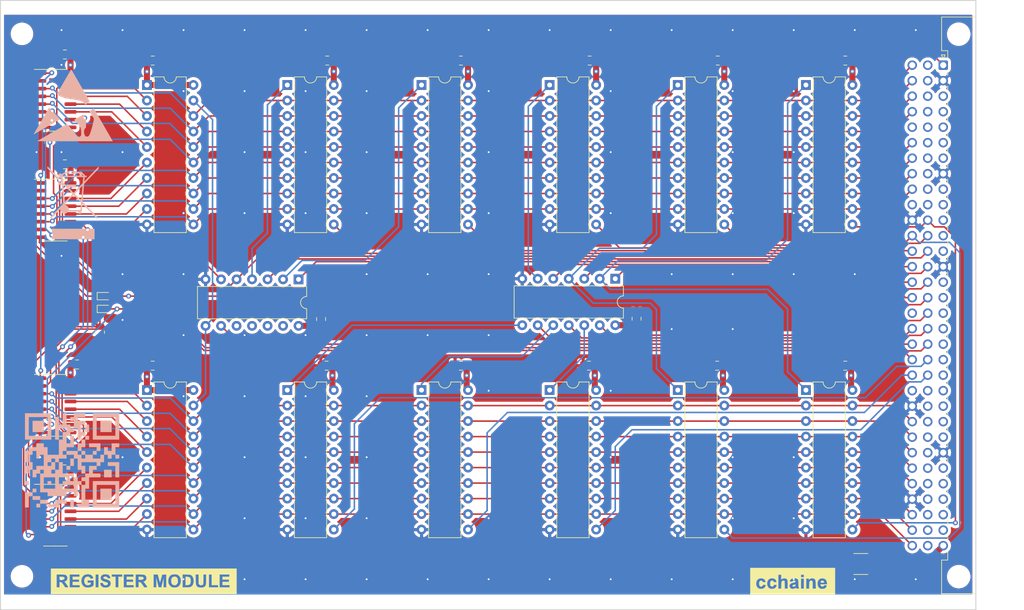
<source format=kicad_pcb>
(kicad_pcb (version 20171130) (host pcbnew "(5.1.9-0-10_14)")
  (layers (0 F.Cu signal) (1 In1.Cu power) (2 In2.Cu power) (31 B.Cu signal) (34 B.Paste user) (35 F.Paste user) (36 B.SilkS user) (37 F.SilkS user) (38 B.Mask user) (39 F.Mask user) (44 Edge.Cuts user))
  (net 0 "")
  (net 1 "Net-(MK1-Pad1)")
  (net 2 "Net-(MK3-Pad1)")
  (net 3 GND)
  (net 4 REG1_OUT_L)
  (net 5 REG1_OUT_L_I)
  (net 6 REG1_OUT_H)
  (net 7 REG1_OUT_H_I)
  (net 8 REG2_OUT_L)
  (net 9 REG2_OUT_L_I)
  (net 10 REG2_OUT_H_I)
  (net 11 REG2_OUT_H)
  (net 12 REG3_OUT_L_I)
  (net 13 REG3_OUT_L)
  (net 14 REG3_OUT_H_I)
  (net 15 REG3_OUT_H)
  (net 16 "Net-(U2-Pad13)")
  (net 17 "Net-(U2-Pad12)")
  (net 18 "Net-(U2-Pad11)")
  (net 19 "Net-(U2-Pad10)")
  (net 20 SP_OUT_I)
  (net 21 SP_OUT)
  (net 22 BP_OUT_I)
  (net 23 BP_OUT)
  (net 24 BUS0)
  (net 25 BUS1)
  (net 26 BUS2)
  (net 27 BUS3)
  (net 28 BUS4)
  (net 29 BUS5)
  (net 30 BUS6)
  (net 31 BUS7)
  (net 32 REG1_LOAD_L)
  (net 33 REG2_LOAD_L)
  (net 34 REG3_LOAD_L)
  (net 35 BP_LOAD)
  (net 36 SP_LOAD)
  (net 37 BUS8)
  (net 38 BUS9)
  (net 39 BUS10)
  (net 40 BUS11)
  (net 41 BUS12)
  (net 42 BUS13)
  (net 43 BUS14)
  (net 44 BUS15)
  (net 45 REG1_LOAD_H)
  (net 46 REG2_LOAD_H)
  (net 47 REG3_LOAD_H)
  (net 48 +5V)
  (net 49 "Net-(U13-Pad15)")
  (net 50 "Net-(U14-Pad15)")
  (net 51 "Net-(U15-Pad15)")
  (net 52 "Net-(U16-Pad15)")
  (net 53 RESET)
  (net 54 "Net-(J1-PadC22)")
  (net 55 "Net-(J1-PadB27)")
  (net 56 "Net-(J1-PadB26)")
  (net 57 "Net-(J1-PadB25)")
  (net 58 "Net-(J1-PadB24)")
  (net 59 "Net-(J1-PadB23)")
  (net 60 "Net-(J1-PadB22)")
  (net 61 "Net-(J1-PadA27)")
  (net 62 "Net-(J1-PadA25)")
  (net 63 "Net-(J1-PadA24)")
  (net 64 "Net-(J1-PadA23)")
  (net 65 "Net-(J1-PadA22)")
  (net 66 "Net-(J1-PadA21)")
  (net 67 "Net-(J1-PadA19)")
  (net 68 "Net-(J1-PadA18)")
  (net 69 "Net-(J1-PadA17)")
  (net 70 "Net-(J1-PadA16)")
  (net 71 "Net-(J1-PadA15)")
  (net 72 "Net-(J1-PadA13)")
  (net 73 "Net-(J1-PadA12)")
  (net 74 "Net-(J1-PadC10)")
  (net 75 "Net-(J1-PadB10)")
  (net 76 "Net-(J1-PadB9)")
  (net 77 "Net-(J1-PadB8)")
  (net 78 "Net-(J1-PadB7)")
  (net 79 "Net-(J1-PadB6)")
  (net 80 "Net-(J1-PadA11)")
  (net 81 "Net-(J1-PadA10)")
  (net 82 "Net-(J1-PadA9)")
  (net 83 "Net-(J1-PadA7)")
  (net 84 "Net-(U13-Pad14)")
  (net 85 "Net-(U13-Pad13)")
  (net 86 "Net-(U13-Pad12)")
  (net 87 "Net-(U13-Pad11)")
  (net 88 "Net-(U14-Pad14)")
  (net 89 "Net-(U14-Pad13)")
  (net 90 "Net-(U14-Pad12)")
  (net 91 "Net-(U14-Pad11)")
  (net 92 "Net-(U15-Pad14)")
  (net 93 "Net-(U15-Pad13)")
  (net 94 "Net-(U15-Pad12)")
  (net 95 "Net-(U15-Pad11)")
  (net 96 "Net-(U16-Pad14)")
  (net 97 "Net-(U16-Pad13)")
  (net 98 "Net-(U16-Pad12)")
  (net 99 "Net-(U16-Pad11)")
  (net 100 IAR_LOAD)
  (net 101 IAR_CLK)
  (net 102 IAR_COUNT)
  (net 103 IAR_LOAD_I)
  (net 104 IAR_OUT)
  (net 105 IAR_OUT_I)
  (net 106 "Net-(J1-PadB32)")
  (net 107 "Net-(J1-PadB31)")
  (net 108 "Net-(J1-PadB30)")
  (net 109 "Net-(J1-PadB29)")
  (net 110 "Net-(J1-PadB28)")
  (net 111 "Net-(J1-PadA31)")
  (net 112 "Net-(J1-PadA30)")
  (net 113 "Net-(J1-PadA29)")
  (net 114 "Net-(J1-PadA28)")
  (net 115 "Net-(J1-PadB5)")
  (net 116 "Net-(J1-PadB4)")
  (net 117 "Net-(J1-PadB3)")
  (net 118 "Net-(J1-PadB2)")
  (net 119 "Net-(J1-PadB1)")
  (net 120 "Net-(J1-PadA6)")
  (net 121 "Net-(J1-PadA5)")
  (net 122 "Net-(J1-PadA4)")
  (net 123 "Net-(J1-PadA3)")
  (module Symbol:name (layer F.Cu) (at 185.18 140.33)
    (fp_text reference G*** hide)
    (fp_text value LOGO hide)
  )
  (module Symbol:qr (layer B.Cu) (at 66.83 120.43 180)
    (fp_text reference G*** hide)
    (fp_text value LOGO hide)
  )
  (module Symbol:title (layer F.Cu) (at 78.58 140.53)
    (fp_text reference G*** hide)
    (fp_text value LOGO hide)
  )
  (module Symbol:ESD-Logo_13.2x12mm_SilkScreen (layer B.Cu) (at 66.98 62.23 180)
    (fp_text reference REF** hide)
    (fp_text value ESD-Logo_13.2x12mm_SilkScreen hide)
  )
  (module Symbol:WEEE-Logo_8.4x12mm_SilkScreen (layer B.Cu) (at 66.98 78.23 180)
    (fp_text reference REF** hide)
    (fp_text value WEEE-Logo_8.4x12mm_SilkScreen hide)
  )
  (module Connector_DIN:DIN41612_C_3x32_Male_Horizontal_THT_ABC (layer F.Cu) (at 209.58 55.68 270)
    (fp_text reference J1)
    (fp_text value C96ABC)
    (pad C32 thru_hole circle (at 78.74 5.08 270) (size 1.55 1.55) (drill 1) (layers *.Cu *.Mask) (net 44 BUS15))
    (pad C31 thru_hole circle (at 76.2 5.08 270) (size 1.55 1.55) (drill 1) (layers *.Cu *.Mask) (net 43 BUS14))
    (pad C30 thru_hole circle (at 73.66 5.08 270) (size 1.55 1.55) (drill 1) (layers *.Cu *.Mask) (net 42 BUS13))
    (pad C29 thru_hole circle (at 71.12 5.08 270) (size 1.55 1.55) (drill 1) (layers *.Cu *.Mask) (net 3 GND))
    (pad C28 thru_hole circle (at 68.58 5.08 270) (size 1.55 1.55) (drill 1) (layers *.Cu *.Mask) (net 41 BUS12))
    (pad C27 thru_hole circle (at 66.04 5.08 270) (size 1.55 1.55) (drill 1) (layers *.Cu *.Mask) (net 40 BUS11))
    (pad C26 thru_hole circle (at 63.5 5.08 270) (size 1.55 1.55) (drill 1) (layers *.Cu *.Mask) (net 39 BUS10))
    (pad C25 thru_hole circle (at 60.96 5.08 270) (size 1.55 1.55) (drill 1) (layers *.Cu *.Mask) (net 38 BUS9))
    (pad C24 thru_hole circle (at 58.42 5.08 270) (size 1.55 1.55) (drill 1) (layers *.Cu *.Mask) (net 37 BUS8))
    (pad C23 thru_hole circle (at 55.88 5.08 270) (size 1.55 1.55) (drill 1) (layers *.Cu *.Mask) (net 3 GND))
    (pad C22 thru_hole circle (at 53.34 5.08 270) (size 1.55 1.55) (drill 1) (layers *.Cu *.Mask) (net 54 "Net-(J1-PadC22)"))
    (pad C21 thru_hole circle (at 50.8 5.08 270) (size 1.55 1.55) (drill 1) (layers *.Cu *.Mask) (net 46 REG2_LOAD_H))
    (pad C20 thru_hole circle (at 48.26 5.08 270) (size 1.55 1.55) (drill 1) (layers *.Cu *.Mask) (net 101 IAR_CLK))
    (pad C19 thru_hole circle (at 45.72 5.08 270) (size 1.55 1.55) (drill 1) (layers *.Cu *.Mask) (net 104 IAR_OUT))
    (pad C18 thru_hole circle (at 43.18 5.08 270) (size 1.55 1.55) (drill 1) (layers *.Cu *.Mask) (net 11 REG2_OUT_H))
    (pad C17 thru_hole circle (at 40.64 5.08 270) (size 1.55 1.55) (drill 1) (layers *.Cu *.Mask) (net 48 +5V))
    (pad C16 thru_hole circle (at 38.1 5.08 270) (size 1.55 1.55) (drill 1) (layers *.Cu *.Mask) (net 23 BP_OUT))
    (pad C15 thru_hole circle (at 35.56 5.08 270) (size 1.55 1.55) (drill 1) (layers *.Cu *.Mask) (net 8 REG2_OUT_L))
    (pad C14 thru_hole circle (at 33.02 5.08 270) (size 1.55 1.55) (drill 1) (layers *.Cu *.Mask) (net 100 IAR_LOAD))
    (pad C13 thru_hole circle (at 30.48 5.08 270) (size 1.55 1.55) (drill 1) (layers *.Cu *.Mask) (net 33 REG2_LOAD_L))
    (pad C12 thru_hole circle (at 27.94 5.08 270) (size 1.55 1.55) (drill 1) (layers *.Cu *.Mask) (net 35 BP_LOAD))
    (pad C11 thru_hole circle (at 25.4 5.08 270) (size 1.55 1.55) (drill 1) (layers *.Cu *.Mask) (net 3 GND))
    (pad C10 thru_hole circle (at 22.86 5.08 270) (size 1.55 1.55) (drill 1) (layers *.Cu *.Mask) (net 74 "Net-(J1-PadC10)"))
    (pad C9 thru_hole circle (at 20.32 5.08 270) (size 1.55 1.55) (drill 1) (layers *.Cu *.Mask) (net 31 BUS7))
    (pad C8 thru_hole circle (at 17.78 5.08 270) (size 1.55 1.55) (drill 1) (layers *.Cu *.Mask) (net 30 BUS6))
    (pad C7 thru_hole circle (at 15.24 5.08 270) (size 1.55 1.55) (drill 1) (layers *.Cu *.Mask) (net 29 BUS5))
    (pad C6 thru_hole circle (at 12.7 5.08 270) (size 1.55 1.55) (drill 1) (layers *.Cu *.Mask) (net 28 BUS4))
    (pad C5 thru_hole circle (at 10.16 5.08 270) (size 1.55 1.55) (drill 1) (layers *.Cu *.Mask) (net 48 +5V))
    (pad C4 thru_hole circle (at 7.62 5.08 270) (size 1.55 1.55) (drill 1) (layers *.Cu *.Mask) (net 27 BUS3))
    (pad C3 thru_hole circle (at 5.08 5.08 270) (size 1.55 1.55) (drill 1) (layers *.Cu *.Mask) (net 26 BUS2))
    (pad C2 thru_hole circle (at 2.54 5.08 270) (size 1.55 1.55) (drill 1) (layers *.Cu *.Mask) (net 25 BUS1))
    (pad C1 thru_hole circle (at 0 5.08 270) (size 1.55 1.55) (drill 1) (layers *.Cu *.Mask) (net 24 BUS0))
    (pad B32 thru_hole circle (at 78.74 2.54 270) (size 1.55 1.55) (drill 1) (layers *.Cu *.Mask) (net 106 "Net-(J1-PadB32)"))
    (pad B31 thru_hole circle (at 76.2 2.54 270) (size 1.55 1.55) (drill 1) (layers *.Cu *.Mask) (net 107 "Net-(J1-PadB31)"))
    (pad B30 thru_hole circle (at 73.66 2.54 270) (size 1.55 1.55) (drill 1) (layers *.Cu *.Mask) (net 108 "Net-(J1-PadB30)"))
    (pad B29 thru_hole circle (at 71.12 2.54 270) (size 1.55 1.55) (drill 1) (layers *.Cu *.Mask) (net 109 "Net-(J1-PadB29)"))
    (pad B28 thru_hole circle (at 68.58 2.54 270) (size 1.55 1.55) (drill 1) (layers *.Cu *.Mask) (net 110 "Net-(J1-PadB28)"))
    (pad B27 thru_hole circle (at 66.04 2.54 270) (size 1.55 1.55) (drill 1) (layers *.Cu *.Mask) (net 55 "Net-(J1-PadB27)"))
    (pad B26 thru_hole circle (at 63.5 2.54 270) (size 1.55 1.55) (drill 1) (layers *.Cu *.Mask) (net 56 "Net-(J1-PadB26)"))
    (pad B25 thru_hole circle (at 60.96 2.54 270) (size 1.55 1.55) (drill 1) (layers *.Cu *.Mask) (net 57 "Net-(J1-PadB25)"))
    (pad B24 thru_hole circle (at 58.42 2.54 270) (size 1.55 1.55) (drill 1) (layers *.Cu *.Mask) (net 58 "Net-(J1-PadB24)"))
    (pad B23 thru_hole circle (at 55.88 2.54 270) (size 1.55 1.55) (drill 1) (layers *.Cu *.Mask) (net 59 "Net-(J1-PadB23)"))
    (pad B22 thru_hole circle (at 53.34 2.54 270) (size 1.55 1.55) (drill 1) (layers *.Cu *.Mask) (net 60 "Net-(J1-PadB22)"))
    (pad B21 thru_hole circle (at 50.8 2.54 270) (size 1.55 1.55) (drill 1) (layers *.Cu *.Mask) (net 47 REG3_LOAD_H))
    (pad B20 thru_hole circle (at 48.26 2.54 270) (size 1.55 1.55) (drill 1) (layers *.Cu *.Mask) (net 45 REG1_LOAD_H))
    (pad B19 thru_hole circle (at 45.72 2.54 270) (size 1.55 1.55) (drill 1) (layers *.Cu *.Mask) (net 102 IAR_COUNT))
    (pad B18 thru_hole circle (at 43.18 2.54 270) (size 1.55 1.55) (drill 1) (layers *.Cu *.Mask) (net 6 REG1_OUT_H))
    (pad B17 thru_hole circle (at 40.64 2.54 270) (size 1.55 1.55) (drill 1) (layers *.Cu *.Mask) (net 15 REG3_OUT_H))
    (pad B16 thru_hole circle (at 38.1 2.54 270) (size 1.55 1.55) (drill 1) (layers *.Cu *.Mask) (net 21 SP_OUT))
    (pad B15 thru_hole circle (at 35.56 2.54 270) (size 1.55 1.55) (drill 1) (layers *.Cu *.Mask) (net 13 REG3_OUT_L))
    (pad B14 thru_hole circle (at 33.02 2.54 270) (size 1.55 1.55) (drill 1) (layers *.Cu *.Mask) (net 4 REG1_OUT_L))
    (pad B13 thru_hole circle (at 30.48 2.54 270) (size 1.55 1.55) (drill 1) (layers *.Cu *.Mask) (net 32 REG1_LOAD_L))
    (pad B12 thru_hole circle (at 27.94 2.54 270) (size 1.55 1.55) (drill 1) (layers *.Cu *.Mask) (net 34 REG3_LOAD_L))
    (pad B11 thru_hole circle (at 25.4 2.54 270) (size 1.55 1.55) (drill 1) (layers *.Cu *.Mask) (net 36 SP_LOAD))
    (pad B10 thru_hole circle (at 22.86 2.54 270) (size 1.55 1.55) (drill 1) (layers *.Cu *.Mask) (net 75 "Net-(J1-PadB10)"))
    (pad B9 thru_hole circle (at 20.32 2.54 270) (size 1.55 1.55) (drill 1) (layers *.Cu *.Mask) (net 76 "Net-(J1-PadB9)"))
    (pad B8 thru_hole circle (at 17.78 2.54 270) (size 1.55 1.55) (drill 1) (layers *.Cu *.Mask) (net 77 "Net-(J1-PadB8)"))
    (pad B7 thru_hole circle (at 15.24 2.54 270) (size 1.55 1.55) (drill 1) (layers *.Cu *.Mask) (net 78 "Net-(J1-PadB7)"))
    (pad B6 thru_hole circle (at 12.7 2.54 270) (size 1.55 1.55) (drill 1) (layers *.Cu *.Mask) (net 79 "Net-(J1-PadB6)"))
    (pad B5 thru_hole circle (at 10.16 2.54 270) (size 1.55 1.55) (drill 1) (layers *.Cu *.Mask) (net 115 "Net-(J1-PadB5)"))
    (pad B4 thru_hole circle (at 7.62 2.54 270) (size 1.55 1.55) (drill 1) (layers *.Cu *.Mask) (net 116 "Net-(J1-PadB4)"))
    (pad B3 thru_hole circle (at 5.08 2.54 270) (size 1.55 1.55) (drill 1) (layers *.Cu *.Mask) (net 117 "Net-(J1-PadB3)"))
    (pad B2 thru_hole circle (at 2.54 2.54 270) (size 1.55 1.55) (drill 1) (layers *.Cu *.Mask) (net 118 "Net-(J1-PadB2)"))
    (pad B1 thru_hole circle (at 0 2.54 270) (size 1.55 1.55) (drill 1) (layers *.Cu *.Mask) (net 119 "Net-(J1-PadB1)"))
    (pad A32 thru_hole circle (at 78.74 0 270) (size 1.55 1.55) (drill 1) (layers *.Cu *.Mask) (net 48 +5V))
    (pad A31 thru_hole circle (at 76.2 0 270) (size 1.55 1.55) (drill 1) (layers *.Cu *.Mask) (net 111 "Net-(J1-PadA31)"))
    (pad A30 thru_hole circle (at 73.66 0 270) (size 1.55 1.55) (drill 1) (layers *.Cu *.Mask) (net 112 "Net-(J1-PadA30)"))
    (pad A29 thru_hole circle (at 71.12 0 270) (size 1.55 1.55) (drill 1) (layers *.Cu *.Mask) (net 113 "Net-(J1-PadA29)"))
    (pad A28 thru_hole circle (at 68.58 0 270) (size 1.55 1.55) (drill 1) (layers *.Cu *.Mask) (net 114 "Net-(J1-PadA28)"))
    (pad A27 thru_hole circle (at 66.04 0 270) (size 1.55 1.55) (drill 1) (layers *.Cu *.Mask) (net 61 "Net-(J1-PadA27)"))
    (pad A26 thru_hole circle (at 63.5 0 270) (size 1.55 1.55) (drill 1) (layers *.Cu *.Mask) (net 3 GND))
    (pad A25 thru_hole circle (at 60.96 0 270) (size 1.55 1.55) (drill 1) (layers *.Cu *.Mask) (net 62 "Net-(J1-PadA25)"))
    (pad A24 thru_hole circle (at 58.42 0 270) (size 1.55 1.55) (drill 1) (layers *.Cu *.Mask) (net 63 "Net-(J1-PadA24)"))
    (pad A23 thru_hole circle (at 55.88 0 270) (size 1.55 1.55) (drill 1) (layers *.Cu *.Mask) (net 64 "Net-(J1-PadA23)"))
    (pad A22 thru_hole circle (at 53.34 0 270) (size 1.55 1.55) (drill 1) (layers *.Cu *.Mask) (net 65 "Net-(J1-PadA22)"))
    (pad A21 thru_hole circle (at 50.8 0 270) (size 1.55 1.55) (drill 1) (layers *.Cu *.Mask) (net 66 "Net-(J1-PadA21)"))
    (pad A20 thru_hole circle (at 48.26 0 270) (size 1.55 1.55) (drill 1) (layers *.Cu *.Mask) (net 48 +5V))
    (pad A19 thru_hole circle (at 45.72 0 270) (size 1.55 1.55) (drill 1) (layers *.Cu *.Mask) (net 67 "Net-(J1-PadA19)"))
    (pad A18 thru_hole circle (at 43.18 0 270) (size 1.55 1.55) (drill 1) (layers *.Cu *.Mask) (net 68 "Net-(J1-PadA18)"))
    (pad A17 thru_hole circle (at 40.64 0 270) (size 1.55 1.55) (drill 1) (layers *.Cu *.Mask) (net 69 "Net-(J1-PadA17)"))
    (pad A16 thru_hole circle (at 38.1 0 270) (size 1.55 1.55) (drill 1) (layers *.Cu *.Mask) (net 70 "Net-(J1-PadA16)"))
    (pad A15 thru_hole circle (at 35.56 0 270) (size 1.55 1.55) (drill 1) (layers *.Cu *.Mask) (net 71 "Net-(J1-PadA15)"))
    (pad A14 thru_hole circle (at 33.02 0 270) (size 1.55 1.55) (drill 1) (layers *.Cu *.Mask) (net 3 GND))
    (pad A13 thru_hole circle (at 30.48 0 270) (size 1.55 1.55) (drill 1) (layers *.Cu *.Mask) (net 72 "Net-(J1-PadA13)"))
    (pad A12 thru_hole circle (at 27.94 0 270) (size 1.55 1.55) (drill 1) (layers *.Cu *.Mask) (net 73 "Net-(J1-PadA12)"))
    (pad A11 thru_hole circle (at 25.4 0 270) (size 1.55 1.55) (drill 1) (layers *.Cu *.Mask) (net 80 "Net-(J1-PadA11)"))
    (pad A10 thru_hole circle (at 22.86 0 270) (size 1.55 1.55) (drill 1) (layers *.Cu *.Mask) (net 81 "Net-(J1-PadA10)"))
    (pad A9 thru_hole circle (at 20.32 0 270) (size 1.55 1.55) (drill 1) (layers *.Cu *.Mask) (net 82 "Net-(J1-PadA9)"))
    (pad A8 thru_hole circle (at 17.78 0 270) (size 1.55 1.55) (drill 1) (layers *.Cu *.Mask) (net 3 GND))
    (pad A7 thru_hole circle (at 15.24 0 270) (size 1.55 1.55) (drill 1) (layers *.Cu *.Mask) (net 83 "Net-(J1-PadA7)"))
    (pad A6 thru_hole circle (at 12.7 0 270) (size 1.55 1.55) (drill 1) (layers *.Cu *.Mask) (net 120 "Net-(J1-PadA6)"))
    (pad A5 thru_hole circle (at 10.16 0 270) (size 1.55 1.55) (drill 1) (layers *.Cu *.Mask) (net 121 "Net-(J1-PadA5)"))
    (pad A4 thru_hole circle (at 7.62 0 270) (size 1.55 1.55) (drill 1) (layers *.Cu *.Mask) (net 122 "Net-(J1-PadA4)"))
    (pad A3 thru_hole circle (at 5.08 0 270) (size 1.55 1.55) (drill 1) (layers *.Cu *.Mask) (net 123 "Net-(J1-PadA3)"))
    (pad A2 thru_hole circle (at 2.54 0 270) (size 1.55 1.55) (drill 1) (layers *.Cu *.Mask) (net 3 GND))
    (pad A1 thru_hole roundrect (at 0 0 270) (size 1.55 1.55) (drill 1) (layers *.Cu *.Mask) (roundrect_rratio 0.161) (net 53 RESET))
    (pad "" np_thru_hole circle (at 83.82 -2.54 270) (size 2.85 2.85) (drill 2.85) (layers *.Cu *.Mask))
    (pad "" np_thru_hole circle (at -5.08 -2.54 270) (size 2.85 2.85) (drill 2.85) (layers *.Cu *.Mask))
  )
  (module Capacitor_SMD:C_0805_2012Metric (layer F.Cu) (at 193.53 104.93 180)
    (fp_text reference C12)
    (fp_text value 100n)
    (pad 2 smd roundrect (at 0.95 0 180) (size 1 1.45) (layers F.Cu F.Paste F.Mask) (net 3 GND))
    (pad 1 smd roundrect (at -0.95 0 180) (size 1 1.45) (layers F.Cu F.Paste F.Mask) (net 48 +5V))
  )
  (module Capacitor_SMD:C_1812_4532Metric (layer F.Cu) (at 196.08 137.43 180)
    (fp_text reference C19)
    (fp_text value 10u)
    (pad 2 smd roundrect (at 2.05 0 180) (size 1.4 3.4) (layers F.Cu F.Paste F.Mask) (roundrect_rratio 0.1785707142857143) (net 3 GND))
    (pad 1 smd roundrect (at -2.05 0 180) (size 1.4 3.4) (layers F.Cu F.Paste F.Mask) (roundrect_rratio 0.1785707142857143) (net 48 +5V))
  )
  (module Resistor_SMD:R_0805_2012Metric (layer F.Cu) (at 71.38 99.4425 270)
    (fp_text reference R1)
    (fp_text value 10k)
    (pad 1 smd roundrect (at -0.9125 0 270) (size 1.025 1.4) (layers F.Cu F.Paste F.Mask) (roundrect_rratio 0.2439014634146341) (net 101 IAR_CLK))
    (pad 2 smd roundrect (at 0.9125 0 270) (size 1.025 1.4) (layers F.Cu F.Paste F.Mask) (roundrect_rratio 0.2439014634146341) (net 3 GND))
  )
  (module Diode_SMD:D_SOD-523 (layer F.Cu) (at 72.08 95.63)
    (fp_text reference D2)
    (fp_text value D_Small)
    (pad 2 smd rect (at 0.7 0 180) (size 0.6 0.7) (layers F.Cu F.Paste F.Mask) (net 102 IAR_COUNT))
    (pad 1 smd rect (at -0.7 0 180) (size 0.6 0.7) (layers F.Cu F.Paste F.Mask) (net 101 IAR_CLK))
  )
  (module Diode_SMD:D_SOD-523 (layer F.Cu) (at 72.08 93.53)
    (fp_text reference D1)
    (fp_text value D_Small)
    (pad 2 smd rect (at 0.7 0 180) (size 0.6 0.7) (layers F.Cu F.Paste F.Mask) (net 100 IAR_LOAD))
    (pad 1 smd rect (at -0.7 0 180) (size 0.6 0.7) (layers F.Cu F.Paste F.Mask) (net 101 IAR_CLK))
  )
  (module Capacitor_SMD:C_0805_2012Metric (layer F.Cu) (at 80.03 104.93)
    (fp_text reference C18)
    (fp_text value 100n)
    (pad 2 smd roundrect (at 0.95 0) (size 1 1.45) (layers F.Cu F.Paste F.Mask) (net 3 GND))
    (pad 1 smd roundrect (at -0.95 0) (size 1 1.45) (layers F.Cu F.Paste F.Mask) (net 48 +5V))
  )
  (module Capacitor_SMD:C_0805_2012Metric (layer F.Cu) (at 80.03 54.93)
    (fp_text reference C17)
    (fp_text value 100n)
    (pad 2 smd roundrect (at 0.95 0) (size 1 1.45) (layers F.Cu F.Paste F.Mask) (net 3 GND))
    (pad 1 smd roundrect (at -0.95 0) (size 1 1.45) (layers F.Cu F.Paste F.Mask) (net 48 +5V))
  )
  (module Capacitor_SMD:C_0805_2012Metric (layer F.Cu) (at 65.58 121.93 180)
    (fp_text reference C16)
    (fp_text value 100n)
    (pad 2 smd roundrect (at 0.95 0 180) (size 1 1.45) (layers F.Cu F.Paste F.Mask) (net 3 GND))
    (pad 1 smd roundrect (at -0.95 0 180) (size 1 1.45) (layers F.Cu F.Paste F.Mask) (net 48 +5V))
  )
  (module Capacitor_SMD:C_0805_2012Metric (layer F.Cu) (at 67.63 104.73)
    (fp_text reference C15)
    (fp_text value 100n)
    (pad 2 smd roundrect (at 0.95 0) (size 1 1.45) (layers F.Cu F.Paste F.Mask) (net 3 GND))
    (pad 1 smd roundrect (at -0.95 0) (size 1 1.45) (layers F.Cu F.Paste F.Mask) (net 48 +5V))
  )
  (module Capacitor_SMD:C_0805_2012Metric (layer F.Cu) (at 65.63 71.93 180)
    (fp_text reference C14)
    (fp_text value 100n)
    (pad 2 smd roundrect (at 0.95 0 180) (size 1 1.45) (layers F.Cu F.Paste F.Mask) (net 3 GND))
    (pad 1 smd roundrect (at -0.95 0 180) (size 1 1.45) (layers F.Cu F.Paste F.Mask) (net 48 +5V))
  )
  (module Capacitor_SMD:C_0805_2012Metric (layer F.Cu) (at 65.63 53.93 180)
    (fp_text reference C13)
    (fp_text value 100n)
    (pad 2 smd roundrect (at 0.95 0 180) (size 1 1.45) (layers F.Cu F.Paste F.Mask) (net 3 GND))
    (pad 1 smd roundrect (at -0.95 0 180) (size 1 1.45) (layers F.Cu F.Paste F.Mask) (net 48 +5V))
  )
  (module Capacitor_SMD:C_0805_2012Metric (layer F.Cu) (at 172.53 104.93 180)
    (fp_text reference C11)
    (fp_text value 100n)
    (pad 2 smd roundrect (at 0.95 0 180) (size 1 1.45) (layers F.Cu F.Paste F.Mask) (net 3 GND))
    (pad 1 smd roundrect (at -0.95 0 180) (size 1 1.45) (layers F.Cu F.Paste F.Mask) (net 48 +5V))
  )
  (module Capacitor_SMD:C_0805_2012Metric (layer F.Cu) (at 151.53 104.93 180)
    (fp_text reference C10)
    (fp_text value 100n)
    (pad 2 smd roundrect (at 0.95 0 180) (size 1 1.45) (layers F.Cu F.Paste F.Mask) (net 3 GND))
    (pad 1 smd roundrect (at -0.95 0 180) (size 1 1.45) (layers F.Cu F.Paste F.Mask) (net 48 +5V))
  )
  (module Capacitor_SMD:C_0805_2012Metric (layer F.Cu) (at 130.53 104.93 180)
    (fp_text reference C9)
    (fp_text value 100n)
    (pad 2 smd roundrect (at 0.95 0 180) (size 1 1.45) (layers F.Cu F.Paste F.Mask) (net 3 GND))
    (pad 1 smd roundrect (at -0.95 0 180) (size 1 1.45) (layers F.Cu F.Paste F.Mask) (net 48 +5V))
  )
  (module Capacitor_SMD:C_0805_2012Metric (layer F.Cu) (at 108.53 104.93 180)
    (fp_text reference C8)
    (fp_text value 100n)
    (pad 2 smd roundrect (at 0.95 0 180) (size 1 1.45) (layers F.Cu F.Paste F.Mask) (net 3 GND))
    (pad 1 smd roundrect (at -0.95 0 180) (size 1 1.45) (layers F.Cu F.Paste F.Mask) (net 48 +5V))
  )
  (module Capacitor_SMD:C_0805_2012Metric (layer F.Cu) (at 193.53 54.93 180)
    (fp_text reference C7)
    (fp_text value 100n)
    (pad 2 smd roundrect (at 0.95 0 180) (size 1 1.45) (layers F.Cu F.Paste F.Mask) (net 3 GND))
    (pad 1 smd roundrect (at -0.95 0 180) (size 1 1.45) (layers F.Cu F.Paste F.Mask) (net 48 +5V))
  )
  (module Capacitor_SMD:C_0805_2012Metric (layer F.Cu) (at 172.63 54.93 180)
    (fp_text reference C6)
    (fp_text value 100n)
    (pad 2 smd roundrect (at 0.95 0 180) (size 1 1.45) (layers F.Cu F.Paste F.Mask) (net 3 GND))
    (pad 1 smd roundrect (at -0.95 0 180) (size 1 1.45) (layers F.Cu F.Paste F.Mask) (net 48 +5V))
  )
  (module Capacitor_SMD:C_0805_2012Metric (layer F.Cu) (at 151.63 54.93 180)
    (fp_text reference C5)
    (fp_text value 100n)
    (pad 2 smd roundrect (at 0.95 0 180) (size 1 1.45) (layers F.Cu F.Paste F.Mask) (net 3 GND))
    (pad 1 smd roundrect (at -0.95 0 180) (size 1 1.45) (layers F.Cu F.Paste F.Mask) (net 48 +5V))
  )
  (module Capacitor_SMD:C_0805_2012Metric (layer F.Cu) (at 130.53 54.93 180)
    (fp_text reference C4)
    (fp_text value 100n)
    (pad 2 smd roundrect (at 0.95 0 180) (size 1 1.45) (layers F.Cu F.Paste F.Mask) (net 3 GND))
    (pad 1 smd roundrect (at -0.95 0 180) (size 1 1.45) (layers F.Cu F.Paste F.Mask) (net 48 +5V))
  )
  (module Capacitor_SMD:C_0805_2012Metric (layer F.Cu) (at 108.63 54.93 180)
    (fp_text reference C3)
    (fp_text value 100n)
    (pad 2 smd roundrect (at 0.95 0 180) (size 1 1.45) (layers F.Cu F.Paste F.Mask) (net 3 GND))
    (pad 1 smd roundrect (at -0.95 0 180) (size 1 1.45) (layers F.Cu F.Paste F.Mask) (net 48 +5V))
  )
  (module Capacitor_SMD:C_0805_2012Metric (layer F.Cu) (at 107.63 97.28 90)
    (fp_text reference C2)
    (fp_text value 100n)
    (pad 1 smd roundrect (at -0.95 0 90) (size 1 1.45) (layers F.Cu F.Paste F.Mask) (net 48 +5V))
    (pad 2 smd roundrect (at 0.95 0 90) (size 1 1.45) (layers F.Cu F.Paste F.Mask) (net 3 GND))
  )
  (module Capacitor_SMD:C_0805_2012Metric (layer F.Cu) (at 159.33 97.23 90)
    (fp_text reference C1)
    (fp_text value 100n)
    (pad 1 smd roundrect (at -0.95 0 90) (size 1 1.45) (layers F.Cu F.Paste F.Mask) (net 48 +5V))
    (pad 2 smd roundrect (at 0.95 0 90) (size 1 1.45) (layers F.Cu F.Paste F.Mask) (net 3 GND))
  )
  (module Package_DIP:DIP-20_W7.62mm (layer F.Cu) (at 79.08 108.93)
    (fp_text reference U18)
    (fp_text value 74HC245)
    (pad 20 thru_hole oval (at 7.62 0) (size 1.6 1.6) (drill 0.8) (layers *.Cu *.Mask) (net 48 +5V))
    (pad 10 thru_hole oval (at 0 22.86) (size 1.6 1.6) (drill 0.8) (layers *.Cu *.Mask) (net 3 GND))
    (pad 19 thru_hole oval (at 7.62 2.54) (size 1.6 1.6) (drill 0.8) (layers *.Cu *.Mask) (net 105 IAR_OUT_I))
    (pad 9 thru_hole oval (at 0 20.32) (size 1.6 1.6) (drill 0.8) (layers *.Cu *.Mask) (net 99 "Net-(U16-Pad11)"))
    (pad 18 thru_hole oval (at 7.62 5.08) (size 1.6 1.6) (drill 0.8) (layers *.Cu *.Mask) (net 37 BUS8))
    (pad 8 thru_hole oval (at 0 17.78) (size 1.6 1.6) (drill 0.8) (layers *.Cu *.Mask) (net 98 "Net-(U16-Pad12)"))
    (pad 17 thru_hole oval (at 7.62 7.62) (size 1.6 1.6) (drill 0.8) (layers *.Cu *.Mask) (net 38 BUS9))
    (pad 7 thru_hole oval (at 0 15.24) (size 1.6 1.6) (drill 0.8) (layers *.Cu *.Mask) (net 97 "Net-(U16-Pad13)"))
    (pad 16 thru_hole oval (at 7.62 10.16) (size 1.6 1.6) (drill 0.8) (layers *.Cu *.Mask) (net 39 BUS10))
    (pad 6 thru_hole oval (at 0 12.7) (size 1.6 1.6) (drill 0.8) (layers *.Cu *.Mask) (net 96 "Net-(U16-Pad14)"))
    (pad 15 thru_hole oval (at 7.62 12.7) (size 1.6 1.6) (drill 0.8) (layers *.Cu *.Mask) (net 40 BUS11))
    (pad 5 thru_hole oval (at 0 10.16) (size 1.6 1.6) (drill 0.8) (layers *.Cu *.Mask) (net 95 "Net-(U15-Pad11)"))
    (pad 14 thru_hole oval (at 7.62 15.24) (size 1.6 1.6) (drill 0.8) (layers *.Cu *.Mask) (net 41 BUS12))
    (pad 4 thru_hole oval (at 0 7.62) (size 1.6 1.6) (drill 0.8) (layers *.Cu *.Mask) (net 94 "Net-(U15-Pad12)"))
    (pad 13 thru_hole oval (at 7.62 17.78) (size 1.6 1.6) (drill 0.8) (layers *.Cu *.Mask) (net 42 BUS13))
    (pad 3 thru_hole oval (at 0 5.08) (size 1.6 1.6) (drill 0.8) (layers *.Cu *.Mask) (net 93 "Net-(U15-Pad13)"))
    (pad 12 thru_hole oval (at 7.62 20.32) (size 1.6 1.6) (drill 0.8) (layers *.Cu *.Mask) (net 43 BUS14))
    (pad 2 thru_hole oval (at 0 2.54) (size 1.6 1.6) (drill 0.8) (layers *.Cu *.Mask) (net 92 "Net-(U15-Pad14)"))
    (pad 11 thru_hole oval (at 7.62 22.86) (size 1.6 1.6) (drill 0.8) (layers *.Cu *.Mask) (net 44 BUS15))
    (pad 1 thru_hole rect (at 0 0) (size 1.6 1.6) (drill 0.8) (layers *.Cu *.Mask) (net 48 +5V))
  )
  (module Package_DIP:DIP-20_W7.62mm (layer F.Cu) (at 79.08 58.93)
    (fp_text reference U17)
    (fp_text value 74HC245)
    (pad 20 thru_hole oval (at 7.62 0) (size 1.6 1.6) (drill 0.8) (layers *.Cu *.Mask) (net 48 +5V))
    (pad 10 thru_hole oval (at 0 22.86) (size 1.6 1.6) (drill 0.8) (layers *.Cu *.Mask) (net 3 GND))
    (pad 19 thru_hole oval (at 7.62 2.54) (size 1.6 1.6) (drill 0.8) (layers *.Cu *.Mask) (net 105 IAR_OUT_I))
    (pad 9 thru_hole oval (at 0 20.32) (size 1.6 1.6) (drill 0.8) (layers *.Cu *.Mask) (net 91 "Net-(U14-Pad11)"))
    (pad 18 thru_hole oval (at 7.62 5.08) (size 1.6 1.6) (drill 0.8) (layers *.Cu *.Mask) (net 24 BUS0))
    (pad 8 thru_hole oval (at 0 17.78) (size 1.6 1.6) (drill 0.8) (layers *.Cu *.Mask) (net 90 "Net-(U14-Pad12)"))
    (pad 17 thru_hole oval (at 7.62 7.62) (size 1.6 1.6) (drill 0.8) (layers *.Cu *.Mask) (net 25 BUS1))
    (pad 7 thru_hole oval (at 0 15.24) (size 1.6 1.6) (drill 0.8) (layers *.Cu *.Mask) (net 89 "Net-(U14-Pad13)"))
    (pad 16 thru_hole oval (at 7.62 10.16) (size 1.6 1.6) (drill 0.8) (layers *.Cu *.Mask) (net 26 BUS2))
    (pad 6 thru_hole oval (at 0 12.7) (size 1.6 1.6) (drill 0.8) (layers *.Cu *.Mask) (net 88 "Net-(U14-Pad14)"))
    (pad 15 thru_hole oval (at 7.62 12.7) (size 1.6 1.6) (drill 0.8) (layers *.Cu *.Mask) (net 27 BUS3))
    (pad 5 thru_hole oval (at 0 10.16) (size 1.6 1.6) (drill 0.8) (layers *.Cu *.Mask) (net 87 "Net-(U13-Pad11)"))
    (pad 14 thru_hole oval (at 7.62 15.24) (size 1.6 1.6) (drill 0.8) (layers *.Cu *.Mask) (net 28 BUS4))
    (pad 4 thru_hole oval (at 0 7.62) (size 1.6 1.6) (drill 0.8) (layers *.Cu *.Mask) (net 86 "Net-(U13-Pad12)"))
    (pad 13 thru_hole oval (at 7.62 17.78) (size 1.6 1.6) (drill 0.8) (layers *.Cu *.Mask) (net 29 BUS5))
    (pad 3 thru_hole oval (at 0 5.08) (size 1.6 1.6) (drill 0.8) (layers *.Cu *.Mask) (net 85 "Net-(U13-Pad13)"))
    (pad 12 thru_hole oval (at 7.62 20.32) (size 1.6 1.6) (drill 0.8) (layers *.Cu *.Mask) (net 30 BUS6))
    (pad 2 thru_hole oval (at 0 2.54) (size 1.6 1.6) (drill 0.8) (layers *.Cu *.Mask) (net 84 "Net-(U13-Pad14)"))
    (pad 11 thru_hole oval (at 7.62 22.86) (size 1.6 1.6) (drill 0.8) (layers *.Cu *.Mask) (net 31 BUS7))
    (pad 1 thru_hole rect (at 0 0) (size 1.6 1.6) (drill 0.8) (layers *.Cu *.Mask) (net 48 +5V))
  )
  (module Package_DIP:DIP-20_W7.62mm (layer F.Cu) (at 187.08 108.93)
    (fp_text reference U12)
    (fp_text value 74HC574)
    (pad 20 thru_hole oval (at 7.62 0) (size 1.6 1.6) (drill 0.8) (layers *.Cu *.Mask) (net 48 +5V))
    (pad 10 thru_hole oval (at 0 22.86) (size 1.6 1.6) (drill 0.8) (layers *.Cu *.Mask) (net 3 GND))
    (pad 19 thru_hole oval (at 7.62 2.54) (size 1.6 1.6) (drill 0.8) (layers *.Cu *.Mask) (net 37 BUS8))
    (pad 9 thru_hole oval (at 0 20.32) (size 1.6 1.6) (drill 0.8) (layers *.Cu *.Mask) (net 44 BUS15))
    (pad 18 thru_hole oval (at 7.62 5.08) (size 1.6 1.6) (drill 0.8) (layers *.Cu *.Mask) (net 38 BUS9))
    (pad 8 thru_hole oval (at 0 17.78) (size 1.6 1.6) (drill 0.8) (layers *.Cu *.Mask) (net 43 BUS14))
    (pad 17 thru_hole oval (at 7.62 7.62) (size 1.6 1.6) (drill 0.8) (layers *.Cu *.Mask) (net 39 BUS10))
    (pad 7 thru_hole oval (at 0 15.24) (size 1.6 1.6) (drill 0.8) (layers *.Cu *.Mask) (net 42 BUS13))
    (pad 16 thru_hole oval (at 7.62 10.16) (size 1.6 1.6) (drill 0.8) (layers *.Cu *.Mask) (net 40 BUS11))
    (pad 6 thru_hole oval (at 0 12.7) (size 1.6 1.6) (drill 0.8) (layers *.Cu *.Mask) (net 41 BUS12))
    (pad 15 thru_hole oval (at 7.62 12.7) (size 1.6 1.6) (drill 0.8) (layers *.Cu *.Mask) (net 41 BUS12))
    (pad 5 thru_hole oval (at 0 10.16) (size 1.6 1.6) (drill 0.8) (layers *.Cu *.Mask) (net 40 BUS11))
    (pad 14 thru_hole oval (at 7.62 15.24) (size 1.6 1.6) (drill 0.8) (layers *.Cu *.Mask) (net 42 BUS13))
    (pad 4 thru_hole oval (at 0 7.62) (size 1.6 1.6) (drill 0.8) (layers *.Cu *.Mask) (net 39 BUS10))
    (pad 13 thru_hole oval (at 7.62 17.78) (size 1.6 1.6) (drill 0.8) (layers *.Cu *.Mask) (net 43 BUS14))
    (pad 3 thru_hole oval (at 0 5.08) (size 1.6 1.6) (drill 0.8) (layers *.Cu *.Mask) (net 38 BUS9))
    (pad 12 thru_hole oval (at 7.62 20.32) (size 1.6 1.6) (drill 0.8) (layers *.Cu *.Mask) (net 44 BUS15))
    (pad 2 thru_hole oval (at 0 2.54) (size 1.6 1.6) (drill 0.8) (layers *.Cu *.Mask) (net 37 BUS8))
    (pad 11 thru_hole oval (at 7.62 22.86) (size 1.6 1.6) (drill 0.8) (layers *.Cu *.Mask) (net 36 SP_LOAD))
    (pad 1 thru_hole rect (at 0 0) (size 1.6 1.6) (drill 0.8) (layers *.Cu *.Mask) (net 20 SP_OUT_I))
  )
  (module Package_DIP:DIP-20_W7.62mm (layer F.Cu) (at 166.08 108.93)
    (fp_text reference U11)
    (fp_text value 74HC574)
    (pad 20 thru_hole oval (at 7.62 0) (size 1.6 1.6) (drill 0.8) (layers *.Cu *.Mask) (net 48 +5V))
    (pad 10 thru_hole oval (at 0 22.86) (size 1.6 1.6) (drill 0.8) (layers *.Cu *.Mask) (net 3 GND))
    (pad 19 thru_hole oval (at 7.62 2.54) (size 1.6 1.6) (drill 0.8) (layers *.Cu *.Mask) (net 37 BUS8))
    (pad 9 thru_hole oval (at 0 20.32) (size 1.6 1.6) (drill 0.8) (layers *.Cu *.Mask) (net 44 BUS15))
    (pad 18 thru_hole oval (at 7.62 5.08) (size 1.6 1.6) (drill 0.8) (layers *.Cu *.Mask) (net 38 BUS9))
    (pad 8 thru_hole oval (at 0 17.78) (size 1.6 1.6) (drill 0.8) (layers *.Cu *.Mask) (net 43 BUS14))
    (pad 17 thru_hole oval (at 7.62 7.62) (size 1.6 1.6) (drill 0.8) (layers *.Cu *.Mask) (net 39 BUS10))
    (pad 7 thru_hole oval (at 0 15.24) (size 1.6 1.6) (drill 0.8) (layers *.Cu *.Mask) (net 42 BUS13))
    (pad 16 thru_hole oval (at 7.62 10.16) (size 1.6 1.6) (drill 0.8) (layers *.Cu *.Mask) (net 40 BUS11))
    (pad 6 thru_hole oval (at 0 12.7) (size 1.6 1.6) (drill 0.8) (layers *.Cu *.Mask) (net 41 BUS12))
    (pad 15 thru_hole oval (at 7.62 12.7) (size 1.6 1.6) (drill 0.8) (layers *.Cu *.Mask) (net 41 BUS12))
    (pad 5 thru_hole oval (at 0 10.16) (size 1.6 1.6) (drill 0.8) (layers *.Cu *.Mask) (net 40 BUS11))
    (pad 14 thru_hole oval (at 7.62 15.24) (size 1.6 1.6) (drill 0.8) (layers *.Cu *.Mask) (net 42 BUS13))
    (pad 4 thru_hole oval (at 0 7.62) (size 1.6 1.6) (drill 0.8) (layers *.Cu *.Mask) (net 39 BUS10))
    (pad 13 thru_hole oval (at 7.62 17.78) (size 1.6 1.6) (drill 0.8) (layers *.Cu *.Mask) (net 43 BUS14))
    (pad 3 thru_hole oval (at 0 5.08) (size 1.6 1.6) (drill 0.8) (layers *.Cu *.Mask) (net 38 BUS9))
    (pad 12 thru_hole oval (at 7.62 20.32) (size 1.6 1.6) (drill 0.8) (layers *.Cu *.Mask) (net 44 BUS15))
    (pad 2 thru_hole oval (at 0 2.54) (size 1.6 1.6) (drill 0.8) (layers *.Cu *.Mask) (net 37 BUS8))
    (pad 11 thru_hole oval (at 7.62 22.86) (size 1.6 1.6) (drill 0.8) (layers *.Cu *.Mask) (net 35 BP_LOAD))
    (pad 1 thru_hole rect (at 0 0) (size 1.6 1.6) (drill 0.8) (layers *.Cu *.Mask) (net 22 BP_OUT_I))
  )
  (module Package_DIP:DIP-20_W7.62mm (layer F.Cu) (at 145.08 108.93)
    (fp_text reference U10)
    (fp_text value 74HC574)
    (pad 20 thru_hole oval (at 7.62 0) (size 1.6 1.6) (drill 0.8) (layers *.Cu *.Mask) (net 48 +5V))
    (pad 10 thru_hole oval (at 0 22.86) (size 1.6 1.6) (drill 0.8) (layers *.Cu *.Mask) (net 3 GND))
    (pad 19 thru_hole oval (at 7.62 2.54) (size 1.6 1.6) (drill 0.8) (layers *.Cu *.Mask) (net 37 BUS8))
    (pad 9 thru_hole oval (at 0 20.32) (size 1.6 1.6) (drill 0.8) (layers *.Cu *.Mask) (net 44 BUS15))
    (pad 18 thru_hole oval (at 7.62 5.08) (size 1.6 1.6) (drill 0.8) (layers *.Cu *.Mask) (net 38 BUS9))
    (pad 8 thru_hole oval (at 0 17.78) (size 1.6 1.6) (drill 0.8) (layers *.Cu *.Mask) (net 43 BUS14))
    (pad 17 thru_hole oval (at 7.62 7.62) (size 1.6 1.6) (drill 0.8) (layers *.Cu *.Mask) (net 39 BUS10))
    (pad 7 thru_hole oval (at 0 15.24) (size 1.6 1.6) (drill 0.8) (layers *.Cu *.Mask) (net 42 BUS13))
    (pad 16 thru_hole oval (at 7.62 10.16) (size 1.6 1.6) (drill 0.8) (layers *.Cu *.Mask) (net 40 BUS11))
    (pad 6 thru_hole oval (at 0 12.7) (size 1.6 1.6) (drill 0.8) (layers *.Cu *.Mask) (net 41 BUS12))
    (pad 15 thru_hole oval (at 7.62 12.7) (size 1.6 1.6) (drill 0.8) (layers *.Cu *.Mask) (net 41 BUS12))
    (pad 5 thru_hole oval (at 0 10.16) (size 1.6 1.6) (drill 0.8) (layers *.Cu *.Mask) (net 40 BUS11))
    (pad 14 thru_hole oval (at 7.62 15.24) (size 1.6 1.6) (drill 0.8) (layers *.Cu *.Mask) (net 42 BUS13))
    (pad 4 thru_hole oval (at 0 7.62) (size 1.6 1.6) (drill 0.8) (layers *.Cu *.Mask) (net 39 BUS10))
    (pad 13 thru_hole oval (at 7.62 17.78) (size 1.6 1.6) (drill 0.8) (layers *.Cu *.Mask) (net 43 BUS14))
    (pad 3 thru_hole oval (at 0 5.08) (size 1.6 1.6) (drill 0.8) (layers *.Cu *.Mask) (net 38 BUS9))
    (pad 12 thru_hole oval (at 7.62 20.32) (size 1.6 1.6) (drill 0.8) (layers *.Cu *.Mask) (net 44 BUS15))
    (pad 2 thru_hole oval (at 0 2.54) (size 1.6 1.6) (drill 0.8) (layers *.Cu *.Mask) (net 37 BUS8))
    (pad 11 thru_hole oval (at 7.62 22.86) (size 1.6 1.6) (drill 0.8) (layers *.Cu *.Mask) (net 47 REG3_LOAD_H))
    (pad 1 thru_hole rect (at 0 0) (size 1.6 1.6) (drill 0.8) (layers *.Cu *.Mask) (net 14 REG3_OUT_H_I))
  )
  (module Package_DIP:DIP-20_W7.62mm (layer F.Cu) (at 124.08 108.93)
    (fp_text reference U9)
    (fp_text value 74HC574)
    (pad 20 thru_hole oval (at 7.62 0) (size 1.6 1.6) (drill 0.8) (layers *.Cu *.Mask) (net 48 +5V))
    (pad 10 thru_hole oval (at 0 22.86) (size 1.6 1.6) (drill 0.8) (layers *.Cu *.Mask) (net 3 GND))
    (pad 19 thru_hole oval (at 7.62 2.54) (size 1.6 1.6) (drill 0.8) (layers *.Cu *.Mask) (net 37 BUS8))
    (pad 9 thru_hole oval (at 0 20.32) (size 1.6 1.6) (drill 0.8) (layers *.Cu *.Mask) (net 44 BUS15))
    (pad 18 thru_hole oval (at 7.62 5.08) (size 1.6 1.6) (drill 0.8) (layers *.Cu *.Mask) (net 38 BUS9))
    (pad 8 thru_hole oval (at 0 17.78) (size 1.6 1.6) (drill 0.8) (layers *.Cu *.Mask) (net 43 BUS14))
    (pad 17 thru_hole oval (at 7.62 7.62) (size 1.6 1.6) (drill 0.8) (layers *.Cu *.Mask) (net 39 BUS10))
    (pad 7 thru_hole oval (at 0 15.24) (size 1.6 1.6) (drill 0.8) (layers *.Cu *.Mask) (net 42 BUS13))
    (pad 16 thru_hole oval (at 7.62 10.16) (size 1.6 1.6) (drill 0.8) (layers *.Cu *.Mask) (net 40 BUS11))
    (pad 6 thru_hole oval (at 0 12.7) (size 1.6 1.6) (drill 0.8) (layers *.Cu *.Mask) (net 41 BUS12))
    (pad 15 thru_hole oval (at 7.62 12.7) (size 1.6 1.6) (drill 0.8) (layers *.Cu *.Mask) (net 41 BUS12))
    (pad 5 thru_hole oval (at 0 10.16) (size 1.6 1.6) (drill 0.8) (layers *.Cu *.Mask) (net 40 BUS11))
    (pad 14 thru_hole oval (at 7.62 15.24) (size 1.6 1.6) (drill 0.8) (layers *.Cu *.Mask) (net 42 BUS13))
    (pad 4 thru_hole oval (at 0 7.62) (size 1.6 1.6) (drill 0.8) (layers *.Cu *.Mask) (net 39 BUS10))
    (pad 13 thru_hole oval (at 7.62 17.78) (size 1.6 1.6) (drill 0.8) (layers *.Cu *.Mask) (net 43 BUS14))
    (pad 3 thru_hole oval (at 0 5.08) (size 1.6 1.6) (drill 0.8) (layers *.Cu *.Mask) (net 38 BUS9))
    (pad 12 thru_hole oval (at 7.62 20.32) (size 1.6 1.6) (drill 0.8) (layers *.Cu *.Mask) (net 44 BUS15))
    (pad 2 thru_hole oval (at 0 2.54) (size 1.6 1.6) (drill 0.8) (layers *.Cu *.Mask) (net 37 BUS8))
    (pad 11 thru_hole oval (at 7.62 22.86) (size 1.6 1.6) (drill 0.8) (layers *.Cu *.Mask) (net 46 REG2_LOAD_H))
    (pad 1 thru_hole rect (at 0 0) (size 1.6 1.6) (drill 0.8) (layers *.Cu *.Mask) (net 10 REG2_OUT_H_I))
  )
  (module Package_DIP:DIP-20_W7.62mm (layer F.Cu) (at 102.08 108.93)
    (fp_text reference U8)
    (fp_text value 74HC574)
    (pad 20 thru_hole oval (at 7.62 0) (size 1.6 1.6) (drill 0.8) (layers *.Cu *.Mask) (net 48 +5V))
    (pad 10 thru_hole oval (at 0 22.86) (size 1.6 1.6) (drill 0.8) (layers *.Cu *.Mask) (net 3 GND))
    (pad 19 thru_hole oval (at 7.62 2.54) (size 1.6 1.6) (drill 0.8) (layers *.Cu *.Mask) (net 37 BUS8))
    (pad 9 thru_hole oval (at 0 20.32) (size 1.6 1.6) (drill 0.8) (layers *.Cu *.Mask) (net 44 BUS15))
    (pad 18 thru_hole oval (at 7.62 5.08) (size 1.6 1.6) (drill 0.8) (layers *.Cu *.Mask) (net 38 BUS9))
    (pad 8 thru_hole oval (at 0 17.78) (size 1.6 1.6) (drill 0.8) (layers *.Cu *.Mask) (net 43 BUS14))
    (pad 17 thru_hole oval (at 7.62 7.62) (size 1.6 1.6) (drill 0.8) (layers *.Cu *.Mask) (net 39 BUS10))
    (pad 7 thru_hole oval (at 0 15.24) (size 1.6 1.6) (drill 0.8) (layers *.Cu *.Mask) (net 42 BUS13))
    (pad 16 thru_hole oval (at 7.62 10.16) (size 1.6 1.6) (drill 0.8) (layers *.Cu *.Mask) (net 40 BUS11))
    (pad 6 thru_hole oval (at 0 12.7) (size 1.6 1.6) (drill 0.8) (layers *.Cu *.Mask) (net 41 BUS12))
    (pad 15 thru_hole oval (at 7.62 12.7) (size 1.6 1.6) (drill 0.8) (layers *.Cu *.Mask) (net 41 BUS12))
    (pad 5 thru_hole oval (at 0 10.16) (size 1.6 1.6) (drill 0.8) (layers *.Cu *.Mask) (net 40 BUS11))
    (pad 14 thru_hole oval (at 7.62 15.24) (size 1.6 1.6) (drill 0.8) (layers *.Cu *.Mask) (net 42 BUS13))
    (pad 4 thru_hole oval (at 0 7.62) (size 1.6 1.6) (drill 0.8) (layers *.Cu *.Mask) (net 39 BUS10))
    (pad 13 thru_hole oval (at 7.62 17.78) (size 1.6 1.6) (drill 0.8) (layers *.Cu *.Mask) (net 43 BUS14))
    (pad 3 thru_hole oval (at 0 5.08) (size 1.6 1.6) (drill 0.8) (layers *.Cu *.Mask) (net 38 BUS9))
    (pad 12 thru_hole oval (at 7.62 20.32) (size 1.6 1.6) (drill 0.8) (layers *.Cu *.Mask) (net 44 BUS15))
    (pad 2 thru_hole oval (at 0 2.54) (size 1.6 1.6) (drill 0.8) (layers *.Cu *.Mask) (net 37 BUS8))
    (pad 11 thru_hole oval (at 7.62 22.86) (size 1.6 1.6) (drill 0.8) (layers *.Cu *.Mask) (net 45 REG1_LOAD_H))
    (pad 1 thru_hole rect (at 0 0) (size 1.6 1.6) (drill 0.8) (layers *.Cu *.Mask) (net 7 REG1_OUT_H_I))
  )
  (module Package_DIP:DIP-20_W7.62mm (layer F.Cu) (at 187.08 58.93)
    (fp_text reference U7)
    (fp_text value 74HC574)
    (pad 20 thru_hole oval (at 7.62 0) (size 1.6 1.6) (drill 0.8) (layers *.Cu *.Mask) (net 48 +5V))
    (pad 10 thru_hole oval (at 0 22.86) (size 1.6 1.6) (drill 0.8) (layers *.Cu *.Mask) (net 3 GND))
    (pad 19 thru_hole oval (at 7.62 2.54) (size 1.6 1.6) (drill 0.8) (layers *.Cu *.Mask) (net 24 BUS0))
    (pad 9 thru_hole oval (at 0 20.32) (size 1.6 1.6) (drill 0.8) (layers *.Cu *.Mask) (net 31 BUS7))
    (pad 18 thru_hole oval (at 7.62 5.08) (size 1.6 1.6) (drill 0.8) (layers *.Cu *.Mask) (net 25 BUS1))
    (pad 8 thru_hole oval (at 0 17.78) (size 1.6 1.6) (drill 0.8) (layers *.Cu *.Mask) (net 30 BUS6))
    (pad 17 thru_hole oval (at 7.62 7.62) (size 1.6 1.6) (drill 0.8) (layers *.Cu *.Mask) (net 26 BUS2))
    (pad 7 thru_hole oval (at 0 15.24) (size 1.6 1.6) (drill 0.8) (layers *.Cu *.Mask) (net 29 BUS5))
    (pad 16 thru_hole oval (at 7.62 10.16) (size 1.6 1.6) (drill 0.8) (layers *.Cu *.Mask) (net 27 BUS3))
    (pad 6 thru_hole oval (at 0 12.7) (size 1.6 1.6) (drill 0.8) (layers *.Cu *.Mask) (net 28 BUS4))
    (pad 15 thru_hole oval (at 7.62 12.7) (size 1.6 1.6) (drill 0.8) (layers *.Cu *.Mask) (net 28 BUS4))
    (pad 5 thru_hole oval (at 0 10.16) (size 1.6 1.6) (drill 0.8) (layers *.Cu *.Mask) (net 27 BUS3))
    (pad 14 thru_hole oval (at 7.62 15.24) (size 1.6 1.6) (drill 0.8) (layers *.Cu *.Mask) (net 29 BUS5))
    (pad 4 thru_hole oval (at 0 7.62) (size 1.6 1.6) (drill 0.8) (layers *.Cu *.Mask) (net 26 BUS2))
    (pad 13 thru_hole oval (at 7.62 17.78) (size 1.6 1.6) (drill 0.8) (layers *.Cu *.Mask) (net 30 BUS6))
    (pad 3 thru_hole oval (at 0 5.08) (size 1.6 1.6) (drill 0.8) (layers *.Cu *.Mask) (net 25 BUS1))
    (pad 12 thru_hole oval (at 7.62 20.32) (size 1.6 1.6) (drill 0.8) (layers *.Cu *.Mask) (net 31 BUS7))
    (pad 2 thru_hole oval (at 0 2.54) (size 1.6 1.6) (drill 0.8) (layers *.Cu *.Mask) (net 24 BUS0))
    (pad 11 thru_hole oval (at 7.62 22.86) (size 1.6 1.6) (drill 0.8) (layers *.Cu *.Mask) (net 36 SP_LOAD))
    (pad 1 thru_hole rect (at 0 0) (size 1.6 1.6) (drill 0.8) (layers *.Cu *.Mask) (net 20 SP_OUT_I))
  )
  (module Package_DIP:DIP-20_W7.62mm (layer F.Cu) (at 166.08 58.93)
    (fp_text reference U6)
    (fp_text value 74HC574)
    (pad 20 thru_hole oval (at 7.62 0) (size 1.6 1.6) (drill 0.8) (layers *.Cu *.Mask) (net 48 +5V))
    (pad 10 thru_hole oval (at 0 22.86) (size 1.6 1.6) (drill 0.8) (layers *.Cu *.Mask) (net 3 GND))
    (pad 19 thru_hole oval (at 7.62 2.54) (size 1.6 1.6) (drill 0.8) (layers *.Cu *.Mask) (net 24 BUS0))
    (pad 9 thru_hole oval (at 0 20.32) (size 1.6 1.6) (drill 0.8) (layers *.Cu *.Mask) (net 31 BUS7))
    (pad 18 thru_hole oval (at 7.62 5.08) (size 1.6 1.6) (drill 0.8) (layers *.Cu *.Mask) (net 25 BUS1))
    (pad 8 thru_hole oval (at 0 17.78) (size 1.6 1.6) (drill 0.8) (layers *.Cu *.Mask) (net 30 BUS6))
    (pad 17 thru_hole oval (at 7.62 7.62) (size 1.6 1.6) (drill 0.8) (layers *.Cu *.Mask) (net 26 BUS2))
    (pad 7 thru_hole oval (at 0 15.24) (size 1.6 1.6) (drill 0.8) (layers *.Cu *.Mask) (net 29 BUS5))
    (pad 16 thru_hole oval (at 7.62 10.16) (size 1.6 1.6) (drill 0.8) (layers *.Cu *.Mask) (net 27 BUS3))
    (pad 6 thru_hole oval (at 0 12.7) (size 1.6 1.6) (drill 0.8) (layers *.Cu *.Mask) (net 28 BUS4))
    (pad 15 thru_hole oval (at 7.62 12.7) (size 1.6 1.6) (drill 0.8) (layers *.Cu *.Mask) (net 28 BUS4))
    (pad 5 thru_hole oval (at 0 10.16) (size 1.6 1.6) (drill 0.8) (layers *.Cu *.Mask) (net 27 BUS3))
    (pad 14 thru_hole oval (at 7.62 15.24) (size 1.6 1.6) (drill 0.8) (layers *.Cu *.Mask) (net 29 BUS5))
    (pad 4 thru_hole oval (at 0 7.62) (size 1.6 1.6) (drill 0.8) (layers *.Cu *.Mask) (net 26 BUS2))
    (pad 13 thru_hole oval (at 7.62 17.78) (size 1.6 1.6) (drill 0.8) (layers *.Cu *.Mask) (net 30 BUS6))
    (pad 3 thru_hole oval (at 0 5.08) (size 1.6 1.6) (drill 0.8) (layers *.Cu *.Mask) (net 25 BUS1))
    (pad 12 thru_hole oval (at 7.62 20.32) (size 1.6 1.6) (drill 0.8) (layers *.Cu *.Mask) (net 31 BUS7))
    (pad 2 thru_hole oval (at 0 2.54) (size 1.6 1.6) (drill 0.8) (layers *.Cu *.Mask) (net 24 BUS0))
    (pad 11 thru_hole oval (at 7.62 22.86) (size 1.6 1.6) (drill 0.8) (layers *.Cu *.Mask) (net 35 BP_LOAD))
    (pad 1 thru_hole rect (at 0 0) (size 1.6 1.6) (drill 0.8) (layers *.Cu *.Mask) (net 22 BP_OUT_I))
  )
  (module Package_DIP:DIP-20_W7.62mm (layer F.Cu) (at 145.08 58.93)
    (fp_text reference U5)
    (fp_text value 74HC574)
    (pad 20 thru_hole oval (at 7.62 0) (size 1.6 1.6) (drill 0.8) (layers *.Cu *.Mask) (net 48 +5V))
    (pad 10 thru_hole oval (at 0 22.86) (size 1.6 1.6) (drill 0.8) (layers *.Cu *.Mask) (net 3 GND))
    (pad 19 thru_hole oval (at 7.62 2.54) (size 1.6 1.6) (drill 0.8) (layers *.Cu *.Mask) (net 24 BUS0))
    (pad 9 thru_hole oval (at 0 20.32) (size 1.6 1.6) (drill 0.8) (layers *.Cu *.Mask) (net 31 BUS7))
    (pad 18 thru_hole oval (at 7.62 5.08) (size 1.6 1.6) (drill 0.8) (layers *.Cu *.Mask) (net 25 BUS1))
    (pad 8 thru_hole oval (at 0 17.78) (size 1.6 1.6) (drill 0.8) (layers *.Cu *.Mask) (net 30 BUS6))
    (pad 17 thru_hole oval (at 7.62 7.62) (size 1.6 1.6) (drill 0.8) (layers *.Cu *.Mask) (net 26 BUS2))
    (pad 7 thru_hole oval (at 0 15.24) (size 1.6 1.6) (drill 0.8) (layers *.Cu *.Mask) (net 29 BUS5))
    (pad 16 thru_hole oval (at 7.62 10.16) (size 1.6 1.6) (drill 0.8) (layers *.Cu *.Mask) (net 27 BUS3))
    (pad 6 thru_hole oval (at 0 12.7) (size 1.6 1.6) (drill 0.8) (layers *.Cu *.Mask) (net 28 BUS4))
    (pad 15 thru_hole oval (at 7.62 12.7) (size 1.6 1.6) (drill 0.8) (layers *.Cu *.Mask) (net 28 BUS4))
    (pad 5 thru_hole oval (at 0 10.16) (size 1.6 1.6) (drill 0.8) (layers *.Cu *.Mask) (net 27 BUS3))
    (pad 14 thru_hole oval (at 7.62 15.24) (size 1.6 1.6) (drill 0.8) (layers *.Cu *.Mask) (net 29 BUS5))
    (pad 4 thru_hole oval (at 0 7.62) (size 1.6 1.6) (drill 0.8) (layers *.Cu *.Mask) (net 26 BUS2))
    (pad 13 thru_hole oval (at 7.62 17.78) (size 1.6 1.6) (drill 0.8) (layers *.Cu *.Mask) (net 30 BUS6))
    (pad 3 thru_hole oval (at 0 5.08) (size 1.6 1.6) (drill 0.8) (layers *.Cu *.Mask) (net 25 BUS1))
    (pad 12 thru_hole oval (at 7.62 20.32) (size 1.6 1.6) (drill 0.8) (layers *.Cu *.Mask) (net 31 BUS7))
    (pad 2 thru_hole oval (at 0 2.54) (size 1.6 1.6) (drill 0.8) (layers *.Cu *.Mask) (net 24 BUS0))
    (pad 11 thru_hole oval (at 7.62 22.86) (size 1.6 1.6) (drill 0.8) (layers *.Cu *.Mask) (net 34 REG3_LOAD_L))
    (pad 1 thru_hole rect (at 0 0) (size 1.6 1.6) (drill 0.8) (layers *.Cu *.Mask) (net 12 REG3_OUT_L_I))
  )
  (module Package_DIP:DIP-20_W7.62mm (layer F.Cu) (at 124.08 58.93)
    (fp_text reference U4)
    (fp_text value 74HC574)
    (pad 20 thru_hole oval (at 7.62 0) (size 1.6 1.6) (drill 0.8) (layers *.Cu *.Mask) (net 48 +5V))
    (pad 10 thru_hole oval (at 0 22.86) (size 1.6 1.6) (drill 0.8) (layers *.Cu *.Mask) (net 3 GND))
    (pad 19 thru_hole oval (at 7.62 2.54) (size 1.6 1.6) (drill 0.8) (layers *.Cu *.Mask) (net 24 BUS0))
    (pad 9 thru_hole oval (at 0 20.32) (size 1.6 1.6) (drill 0.8) (layers *.Cu *.Mask) (net 31 BUS7))
    (pad 18 thru_hole oval (at 7.62 5.08) (size 1.6 1.6) (drill 0.8) (layers *.Cu *.Mask) (net 25 BUS1))
    (pad 8 thru_hole oval (at 0 17.78) (size 1.6 1.6) (drill 0.8) (layers *.Cu *.Mask) (net 30 BUS6))
    (pad 17 thru_hole oval (at 7.62 7.62) (size 1.6 1.6) (drill 0.8) (layers *.Cu *.Mask) (net 26 BUS2))
    (pad 7 thru_hole oval (at 0 15.24) (size 1.6 1.6) (drill 0.8) (layers *.Cu *.Mask) (net 29 BUS5))
    (pad 16 thru_hole oval (at 7.62 10.16) (size 1.6 1.6) (drill 0.8) (layers *.Cu *.Mask) (net 27 BUS3))
    (pad 6 thru_hole oval (at 0 12.7) (size 1.6 1.6) (drill 0.8) (layers *.Cu *.Mask) (net 28 BUS4))
    (pad 15 thru_hole oval (at 7.62 12.7) (size 1.6 1.6) (drill 0.8) (layers *.Cu *.Mask) (net 28 BUS4))
    (pad 5 thru_hole oval (at 0 10.16) (size 1.6 1.6) (drill 0.8) (layers *.Cu *.Mask) (net 27 BUS3))
    (pad 14 thru_hole oval (at 7.62 15.24) (size 1.6 1.6) (drill 0.8) (layers *.Cu *.Mask) (net 29 BUS5))
    (pad 4 thru_hole oval (at 0 7.62) (size 1.6 1.6) (drill 0.8) (layers *.Cu *.Mask) (net 26 BUS2))
    (pad 13 thru_hole oval (at 7.62 17.78) (size 1.6 1.6) (drill 0.8) (layers *.Cu *.Mask) (net 30 BUS6))
    (pad 3 thru_hole oval (at 0 5.08) (size 1.6 1.6) (drill 0.8) (layers *.Cu *.Mask) (net 25 BUS1))
    (pad 12 thru_hole oval (at 7.62 20.32) (size 1.6 1.6) (drill 0.8) (layers *.Cu *.Mask) (net 31 BUS7))
    (pad 2 thru_hole oval (at 0 2.54) (size 1.6 1.6) (drill 0.8) (layers *.Cu *.Mask) (net 24 BUS0))
    (pad 11 thru_hole oval (at 7.62 22.86) (size 1.6 1.6) (drill 0.8) (layers *.Cu *.Mask) (net 33 REG2_LOAD_L))
    (pad 1 thru_hole rect (at 0 0) (size 1.6 1.6) (drill 0.8) (layers *.Cu *.Mask) (net 9 REG2_OUT_L_I))
  )
  (module Package_DIP:DIP-20_W7.62mm (layer F.Cu) (at 102.08 58.93)
    (fp_text reference U3)
    (fp_text value 74HC574)
    (pad 20 thru_hole oval (at 7.62 0) (size 1.6 1.6) (drill 0.8) (layers *.Cu *.Mask) (net 48 +5V))
    (pad 10 thru_hole oval (at 0 22.86) (size 1.6 1.6) (drill 0.8) (layers *.Cu *.Mask) (net 3 GND))
    (pad 19 thru_hole oval (at 7.62 2.54) (size 1.6 1.6) (drill 0.8) (layers *.Cu *.Mask) (net 24 BUS0))
    (pad 9 thru_hole oval (at 0 20.32) (size 1.6 1.6) (drill 0.8) (layers *.Cu *.Mask) (net 31 BUS7))
    (pad 18 thru_hole oval (at 7.62 5.08) (size 1.6 1.6) (drill 0.8) (layers *.Cu *.Mask) (net 25 BUS1))
    (pad 8 thru_hole oval (at 0 17.78) (size 1.6 1.6) (drill 0.8) (layers *.Cu *.Mask) (net 30 BUS6))
    (pad 17 thru_hole oval (at 7.62 7.62) (size 1.6 1.6) (drill 0.8) (layers *.Cu *.Mask) (net 26 BUS2))
    (pad 7 thru_hole oval (at 0 15.24) (size 1.6 1.6) (drill 0.8) (layers *.Cu *.Mask) (net 29 BUS5))
    (pad 16 thru_hole oval (at 7.62 10.16) (size 1.6 1.6) (drill 0.8) (layers *.Cu *.Mask) (net 27 BUS3))
    (pad 6 thru_hole oval (at 0 12.7) (size 1.6 1.6) (drill 0.8) (layers *.Cu *.Mask) (net 28 BUS4))
    (pad 15 thru_hole oval (at 7.62 12.7) (size 1.6 1.6) (drill 0.8) (layers *.Cu *.Mask) (net 28 BUS4))
    (pad 5 thru_hole oval (at 0 10.16) (size 1.6 1.6) (drill 0.8) (layers *.Cu *.Mask) (net 27 BUS3))
    (pad 14 thru_hole oval (at 7.62 15.24) (size 1.6 1.6) (drill 0.8) (layers *.Cu *.Mask) (net 29 BUS5))
    (pad 4 thru_hole oval (at 0 7.62) (size 1.6 1.6) (drill 0.8) (layers *.Cu *.Mask) (net 26 BUS2))
    (pad 13 thru_hole oval (at 7.62 17.78) (size 1.6 1.6) (drill 0.8) (layers *.Cu *.Mask) (net 30 BUS6))
    (pad 3 thru_hole oval (at 0 5.08) (size 1.6 1.6) (drill 0.8) (layers *.Cu *.Mask) (net 25 BUS1))
    (pad 12 thru_hole oval (at 7.62 20.32) (size 1.6 1.6) (drill 0.8) (layers *.Cu *.Mask) (net 31 BUS7))
    (pad 2 thru_hole oval (at 0 2.54) (size 1.6 1.6) (drill 0.8) (layers *.Cu *.Mask) (net 24 BUS0))
    (pad 11 thru_hole oval (at 7.62 22.86) (size 1.6 1.6) (drill 0.8) (layers *.Cu *.Mask) (net 32 REG1_LOAD_L))
    (pad 1 thru_hole rect (at 0 0) (size 1.6 1.6) (drill 0.8) (layers *.Cu *.Mask) (net 5 REG1_OUT_L_I))
  )
  (module Package_DIP:DIP-14_W7.62mm (layer F.Cu) (at 103.93 90.78 270)
    (fp_text reference U2)
    (fp_text value 74HC04)
    (pad 14 thru_hole oval (at 7.62 0 270) (size 1.6 1.6) (drill 0.8) (layers *.Cu *.Mask) (net 48 +5V))
    (pad 7 thru_hole oval (at 0 15.24 270) (size 1.6 1.6) (drill 0.8) (layers *.Cu *.Mask) (net 3 GND))
    (pad 13 thru_hole oval (at 7.62 2.54 270) (size 1.6 1.6) (drill 0.8) (layers *.Cu *.Mask) (net 16 "Net-(U2-Pad13)"))
    (pad 6 thru_hole oval (at 0 12.7 270) (size 1.6 1.6) (drill 0.8) (layers *.Cu *.Mask) (net 103 IAR_LOAD_I))
    (pad 12 thru_hole oval (at 7.62 5.08 270) (size 1.6 1.6) (drill 0.8) (layers *.Cu *.Mask) (net 17 "Net-(U2-Pad12)"))
    (pad 5 thru_hole oval (at 0 10.16 270) (size 1.6 1.6) (drill 0.8) (layers *.Cu *.Mask) (net 100 IAR_LOAD))
    (pad 11 thru_hole oval (at 7.62 7.62 270) (size 1.6 1.6) (drill 0.8) (layers *.Cu *.Mask) (net 18 "Net-(U2-Pad11)"))
    (pad 4 thru_hole oval (at 0 7.62 270) (size 1.6 1.6) (drill 0.8) (layers *.Cu *.Mask) (net 5 REG1_OUT_L_I))
    (pad 10 thru_hole oval (at 7.62 10.16 270) (size 1.6 1.6) (drill 0.8) (layers *.Cu *.Mask) (net 19 "Net-(U2-Pad10)"))
    (pad 3 thru_hole oval (at 0 5.08 270) (size 1.6 1.6) (drill 0.8) (layers *.Cu *.Mask) (net 4 REG1_OUT_L))
    (pad 9 thru_hole oval (at 7.62 12.7 270) (size 1.6 1.6) (drill 0.8) (layers *.Cu *.Mask) (net 104 IAR_OUT))
    (pad 2 thru_hole oval (at 0 2.54 270) (size 1.6 1.6) (drill 0.8) (layers *.Cu *.Mask) (net 9 REG2_OUT_L_I))
    (pad 8 thru_hole oval (at 7.62 15.24 270) (size 1.6 1.6) (drill 0.8) (layers *.Cu *.Mask) (net 105 IAR_OUT_I))
    (pad 1 thru_hole rect (at 0 0 270) (size 1.6 1.6) (drill 0.8) (layers *.Cu *.Mask) (net 8 REG2_OUT_L))
  )
  (module Package_DIP:DIP-14_W7.62mm (layer F.Cu) (at 155.83 90.68 270)
    (fp_text reference U1)
    (fp_text value 74HC04)
    (pad 14 thru_hole oval (at 7.62 0 270) (size 1.6 1.6) (drill 0.8) (layers *.Cu *.Mask) (net 48 +5V))
    (pad 7 thru_hole oval (at 0 15.24 270) (size 1.6 1.6) (drill 0.8) (layers *.Cu *.Mask) (net 3 GND))
    (pad 13 thru_hole oval (at 7.62 2.54 270) (size 1.6 1.6) (drill 0.8) (layers *.Cu *.Mask) (net 15 REG3_OUT_H))
    (pad 6 thru_hole oval (at 0 12.7 270) (size 1.6 1.6) (drill 0.8) (layers *.Cu *.Mask) (net 12 REG3_OUT_L_I))
    (pad 12 thru_hole oval (at 7.62 5.08 270) (size 1.6 1.6) (drill 0.8) (layers *.Cu *.Mask) (net 14 REG3_OUT_H_I))
    (pad 5 thru_hole oval (at 0 10.16 270) (size 1.6 1.6) (drill 0.8) (layers *.Cu *.Mask) (net 13 REG3_OUT_L))
    (pad 11 thru_hole oval (at 7.62 7.62 270) (size 1.6 1.6) (drill 0.8) (layers *.Cu *.Mask) (net 11 REG2_OUT_H))
    (pad 4 thru_hole oval (at 0 7.62 270) (size 1.6 1.6) (drill 0.8) (layers *.Cu *.Mask) (net 22 BP_OUT_I))
    (pad 10 thru_hole oval (at 7.62 10.16 270) (size 1.6 1.6) (drill 0.8) (layers *.Cu *.Mask) (net 10 REG2_OUT_H_I))
    (pad 3 thru_hole oval (at 0 5.08 270) (size 1.6 1.6) (drill 0.8) (layers *.Cu *.Mask) (net 23 BP_OUT))
    (pad 9 thru_hole oval (at 7.62 12.7 270) (size 1.6 1.6) (drill 0.8) (layers *.Cu *.Mask) (net 6 REG1_OUT_H))
    (pad 2 thru_hole oval (at 0 2.54 270) (size 1.6 1.6) (drill 0.8) (layers *.Cu *.Mask) (net 20 SP_OUT_I))
    (pad 8 thru_hole oval (at 7.62 15.24 270) (size 1.6 1.6) (drill 0.8) (layers *.Cu *.Mask) (net 7 REG1_OUT_H_I))
    (pad 1 thru_hole rect (at 0 0 270) (size 1.6 1.6) (drill 0.8) (layers *.Cu *.Mask) (net 21 SP_OUT))
  )
  (module Package_SO:SOIC-16_3.9x9.9mm_P1.27mm (layer F.Cu) (at 64.08 129.43)
    (fp_text reference U16)
    (fp_text value 74HC161)
    (pad 16 smd roundrect (at 2.475 -4.445) (size 1.95 0.6) (layers F.Cu F.Paste F.Mask) (net 48 +5V))
    (pad 15 smd roundrect (at 2.475 -3.175) (size 1.95 0.6) (layers F.Cu F.Paste F.Mask) (net 52 "Net-(U16-Pad15)"))
    (pad 14 smd roundrect (at 2.475 -1.905) (size 1.95 0.6) (layers F.Cu F.Paste F.Mask) (net 96 "Net-(U16-Pad14)"))
    (pad 13 smd roundrect (at 2.475 -0.635) (size 1.95 0.6) (layers F.Cu F.Paste F.Mask) (net 97 "Net-(U16-Pad13)"))
    (pad 12 smd roundrect (at 2.475 0.635) (size 1.95 0.6) (layers F.Cu F.Paste F.Mask) (net 98 "Net-(U16-Pad12)"))
    (pad 11 smd roundrect (at 2.475 1.905) (size 1.95 0.6) (layers F.Cu F.Paste F.Mask) (net 99 "Net-(U16-Pad11)"))
    (pad 10 smd roundrect (at 2.475 3.175) (size 1.95 0.6) (layers F.Cu F.Paste F.Mask) (net 51 "Net-(U15-Pad15)"))
    (pad 9 smd roundrect (at 2.475 4.445) (size 1.95 0.6) (layers F.Cu F.Paste F.Mask) (net 103 IAR_LOAD_I))
    (pad 8 smd roundrect (at -2.475 4.445) (size 1.95 0.6) (layers F.Cu F.Paste F.Mask) (net 3 GND))
    (pad 7 smd roundrect (at -2.475 3.175) (size 1.95 0.6) (layers F.Cu F.Paste F.Mask) (net 102 IAR_COUNT))
    (pad 6 smd roundrect (at -2.475 1.905) (size 1.95 0.6) (layers F.Cu F.Paste F.Mask) (net 44 BUS15))
    (pad 5 smd roundrect (at -2.475 0.635) (size 1.95 0.6) (layers F.Cu F.Paste F.Mask) (net 43 BUS14))
    (pad 4 smd roundrect (at -2.475 -0.635) (size 1.95 0.6) (layers F.Cu F.Paste F.Mask) (net 42 BUS13))
    (pad 3 smd roundrect (at -2.475 -1.905) (size 1.95 0.6) (layers F.Cu F.Paste F.Mask) (net 41 BUS12))
    (pad 2 smd roundrect (at -2.475 -3.175) (size 1.95 0.6) (layers F.Cu F.Paste F.Mask) (net 101 IAR_CLK))
    (pad 1 smd roundrect (at -2.475 -4.445) (size 1.95 0.6) (layers F.Cu F.Paste F.Mask) (net 53 RESET))
  )
  (module Package_SO:SOIC-16_3.9x9.9mm_P1.27mm (layer F.Cu) (at 64.08 111.43)
    (fp_text reference U15)
    (fp_text value 74HC161)
    (pad 16 smd roundrect (at 2.475 -4.445) (size 1.95 0.6) (layers F.Cu F.Paste F.Mask) (net 48 +5V))
    (pad 15 smd roundrect (at 2.475 -3.175) (size 1.95 0.6) (layers F.Cu F.Paste F.Mask) (net 51 "Net-(U15-Pad15)"))
    (pad 14 smd roundrect (at 2.475 -1.905) (size 1.95 0.6) (layers F.Cu F.Paste F.Mask) (net 92 "Net-(U15-Pad14)"))
    (pad 13 smd roundrect (at 2.475 -0.635) (size 1.95 0.6) (layers F.Cu F.Paste F.Mask) (net 93 "Net-(U15-Pad13)"))
    (pad 12 smd roundrect (at 2.475 0.635) (size 1.95 0.6) (layers F.Cu F.Paste F.Mask) (net 94 "Net-(U15-Pad12)"))
    (pad 11 smd roundrect (at 2.475 1.905) (size 1.95 0.6) (layers F.Cu F.Paste F.Mask) (net 95 "Net-(U15-Pad11)"))
    (pad 10 smd roundrect (at 2.475 3.175) (size 1.95 0.6) (layers F.Cu F.Paste F.Mask) (net 50 "Net-(U14-Pad15)"))
    (pad 9 smd roundrect (at 2.475 4.445) (size 1.95 0.6) (layers F.Cu F.Paste F.Mask) (net 103 IAR_LOAD_I))
    (pad 8 smd roundrect (at -2.475 4.445) (size 1.95 0.6) (layers F.Cu F.Paste F.Mask) (net 3 GND))
    (pad 7 smd roundrect (at -2.475 3.175) (size 1.95 0.6) (layers F.Cu F.Paste F.Mask) (net 102 IAR_COUNT))
    (pad 6 smd roundrect (at -2.475 1.905) (size 1.95 0.6) (layers F.Cu F.Paste F.Mask) (net 40 BUS11))
    (pad 5 smd roundrect (at -2.475 0.635) (size 1.95 0.6) (layers F.Cu F.Paste F.Mask) (net 39 BUS10))
    (pad 4 smd roundrect (at -2.475 -0.635) (size 1.95 0.6) (layers F.Cu F.Paste F.Mask) (net 38 BUS9))
    (pad 3 smd roundrect (at -2.475 -1.905) (size 1.95 0.6) (layers F.Cu F.Paste F.Mask) (net 37 BUS8))
    (pad 2 smd roundrect (at -2.475 -3.175) (size 1.95 0.6) (layers F.Cu F.Paste F.Mask) (net 101 IAR_CLK))
    (pad 1 smd roundrect (at -2.475 -4.445) (size 1.95 0.6) (layers F.Cu F.Paste F.Mask) (net 53 RESET))
  )
  (module Package_SO:SOIC-16_3.9x9.9mm_P1.27mm (layer F.Cu) (at 64.08 79.43)
    (fp_text reference U14)
    (fp_text value 74HC161)
    (pad 16 smd roundrect (at 2.475 -4.445) (size 1.95 0.6) (layers F.Cu F.Paste F.Mask) (net 48 +5V))
    (pad 15 smd roundrect (at 2.475 -3.175) (size 1.95 0.6) (layers F.Cu F.Paste F.Mask) (net 50 "Net-(U14-Pad15)"))
    (pad 14 smd roundrect (at 2.475 -1.905) (size 1.95 0.6) (layers F.Cu F.Paste F.Mask) (net 88 "Net-(U14-Pad14)"))
    (pad 13 smd roundrect (at 2.475 -0.635) (size 1.95 0.6) (layers F.Cu F.Paste F.Mask) (net 89 "Net-(U14-Pad13)"))
    (pad 12 smd roundrect (at 2.475 0.635) (size 1.95 0.6) (layers F.Cu F.Paste F.Mask) (net 90 "Net-(U14-Pad12)"))
    (pad 11 smd roundrect (at 2.475 1.905) (size 1.95 0.6) (layers F.Cu F.Paste F.Mask) (net 91 "Net-(U14-Pad11)"))
    (pad 10 smd roundrect (at 2.475 3.175) (size 1.95 0.6) (layers F.Cu F.Paste F.Mask) (net 49 "Net-(U13-Pad15)"))
    (pad 9 smd roundrect (at 2.475 4.445) (size 1.95 0.6) (layers F.Cu F.Paste F.Mask) (net 103 IAR_LOAD_I))
    (pad 8 smd roundrect (at -2.475 4.445) (size 1.95 0.6) (layers F.Cu F.Paste F.Mask) (net 3 GND))
    (pad 7 smd roundrect (at -2.475 3.175) (size 1.95 0.6) (layers F.Cu F.Paste F.Mask) (net 102 IAR_COUNT))
    (pad 6 smd roundrect (at -2.475 1.905) (size 1.95 0.6) (layers F.Cu F.Paste F.Mask) (net 31 BUS7))
    (pad 5 smd roundrect (at -2.475 0.635) (size 1.95 0.6) (layers F.Cu F.Paste F.Mask) (net 30 BUS6))
    (pad 4 smd roundrect (at -2.475 -0.635) (size 1.95 0.6) (layers F.Cu F.Paste F.Mask) (net 29 BUS5))
    (pad 3 smd roundrect (at -2.475 -1.905) (size 1.95 0.6) (layers F.Cu F.Paste F.Mask) (net 28 BUS4))
    (pad 2 smd roundrect (at -2.475 -3.175) (size 1.95 0.6) (layers F.Cu F.Paste F.Mask) (net 101 IAR_CLK))
    (pad 1 smd roundrect (at -2.475 -4.445) (size 1.95 0.6) (layers F.Cu F.Paste F.Mask) (net 53 RESET))
  )
  (module Package_SO:SOIC-16_3.9x9.9mm_P1.27mm (layer F.Cu) (at 64.08 61.43)
    (fp_text reference U13)
    (fp_text value 74HC161)
    (pad 16 smd roundrect (at 2.475 -4.445) (size 1.95 0.6) (layers F.Cu F.Paste F.Mask) (net 48 +5V))
    (pad 15 smd roundrect (at 2.475 -3.175) (size 1.95 0.6) (layers F.Cu F.Paste F.Mask) (net 49 "Net-(U13-Pad15)"))
    (pad 14 smd roundrect (at 2.475 -1.905) (size 1.95 0.6) (layers F.Cu F.Paste F.Mask) (net 84 "Net-(U13-Pad14)"))
    (pad 13 smd roundrect (at 2.475 -0.635) (size 1.95 0.6) (layers F.Cu F.Paste F.Mask) (net 85 "Net-(U13-Pad13)"))
    (pad 12 smd roundrect (at 2.475 0.635) (size 1.95 0.6) (layers F.Cu F.Paste F.Mask) (net 86 "Net-(U13-Pad12)"))
    (pad 11 smd roundrect (at 2.475 1.905) (size 1.95 0.6) (layers F.Cu F.Paste F.Mask) (net 87 "Net-(U13-Pad11)"))
    (pad 10 smd roundrect (at 2.475 3.175) (size 1.95 0.6) (layers F.Cu F.Paste F.Mask) (net 48 +5V))
    (pad 9 smd roundrect (at 2.475 4.445) (size 1.95 0.6) (layers F.Cu F.Paste F.Mask) (net 103 IAR_LOAD_I))
    (pad 8 smd roundrect (at -2.475 4.445) (size 1.95 0.6) (layers F.Cu F.Paste F.Mask) (net 3 GND))
    (pad 7 smd roundrect (at -2.475 3.175) (size 1.95 0.6) (layers F.Cu F.Paste F.Mask) (net 102 IAR_COUNT))
    (pad 6 smd roundrect (at -2.475 1.905) (size 1.95 0.6) (layers F.Cu F.Paste F.Mask) (net 27 BUS3))
    (pad 5 smd roundrect (at -2.475 0.635) (size 1.95 0.6) (layers F.Cu F.Paste F.Mask) (net 26 BUS2))
    (pad 4 smd roundrect (at -2.475 -0.635) (size 1.95 0.6) (layers F.Cu F.Paste F.Mask) (net 25 BUS1))
    (pad 3 smd roundrect (at -2.475 -1.905) (size 1.95 0.6) (layers F.Cu F.Paste F.Mask) (net 24 BUS0))
    (pad 2 smd roundrect (at -2.475 -3.175) (size 1.95 0.6) (layers F.Cu F.Paste F.Mask) (net 101 IAR_CLK))
    (pad 1 smd roundrect (at -2.475 -4.445) (size 1.95 0.6) (layers F.Cu F.Paste F.Mask) (net 53 RESET))
  )
  (module Mounting_Holes:MountingHole_2.7mm (layer F.Cu) (at 58.6 139.45)
    (fp_text reference MK3 hide)
    (fp_text value Mounting_Hole_PAD hide)
    (pad 1 np_thru_hole circle (at 0 0) (size 2.7 2.7) (drill 2.7) (layers *.Cu *.Mask) (net 2 "Net-(MK3-Pad1)"))
  )
  (module Mounting_Holes:MountingHole_2.7mm (layer F.Cu) (at 58.6 50.55)
    (fp_text reference MK1 hide)
    (fp_text value Mounting_Hole_PAD hide)
    (pad 1 np_thru_hole circle (at 0 0) (size 2.7 2.7) (drill 2.7) (layers *.Cu *.Mask) (net 1 "Net-(MK1-Pad1)"))
  )
  (gr_line (start 55.075 144.925) (end 214.925 144.925) (angle 90) (layer Edge.Cuts) (width 0.15))
  (gr_line (start 55.075 45.075) (end 55.075 144.925) (angle 90) (layer Edge.Cuts) (width 0.15))
  (gr_line (start 214.925 45.075) (end 55.075 45.075) (angle 90) (layer Edge.Cuts) (width 0.15))
  (gr_line (start 214.925 144.925) (end 214.925 45.075) (angle 90) (layer Edge.Cuts) (width 0.15))
  (via (at 60.98 69.93) (size 0.5) (drill 0.3) (layers F.Cu B.Cu) (net 3))
  (via (at 65.08 49.93) (size 0.5) (drill 0.3) (layers F.Cu B.Cu) (net 3))
  (via (at 75.08 49.93) (size 0.5) (drill 0.3) (layers F.Cu B.Cu) (net 3))
  (via (at 85.08 49.93) (size 0.5) (drill 0.3) (layers F.Cu B.Cu) (net 3))
  (via (at 95.08 49.93) (size 0.5) (drill 0.3) (layers F.Cu B.Cu) (net 3))
  (via (at 105.08 49.93) (size 0.5) (drill 0.3) (layers F.Cu B.Cu) (net 3))
  (via (at 115.08 49.93) (size 0.5) (drill 0.3) (layers F.Cu B.Cu) (net 3))
  (via (at 125.08 49.93) (size 0.5) (drill 0.3) (layers F.Cu B.Cu) (net 3))
  (via (at 135.08 49.93) (size 0.5) (drill 0.3) (layers F.Cu B.Cu) (net 3))
  (via (at 145.08 49.93) (size 0.5) (drill 0.3) (layers F.Cu B.Cu) (net 3))
  (via (at 155.08 49.93) (size 0.5) (drill 0.3) (layers F.Cu B.Cu) (net 3))
  (via (at 165.08 49.93) (size 0.5) (drill 0.3) (layers F.Cu B.Cu) (net 3))
  (via (at 175.08 49.93) (size 0.5) (drill 0.3) (layers F.Cu B.Cu) (net 3))
  (via (at 185.08 49.93) (size 0.5) (drill 0.3) (layers F.Cu B.Cu) (net 3))
  (via (at 195.08 49.93) (size 0.5) (drill 0.3) (layers F.Cu B.Cu) (net 3))
  (via (at 205.08 49.93) (size 0.5) (drill 0.3) (layers F.Cu B.Cu) (net 3))
  (via (at 185.08 59.93) (size 0.5) (drill 0.3) (layers F.Cu B.Cu) (net 3))
  (via (at 175.08 59.93) (size 0.5) (drill 0.3) (layers F.Cu B.Cu) (net 3))
  (via (at 155.08 59.93) (size 0.5) (drill 0.3) (layers F.Cu B.Cu) (net 3))
  (via (at 135.08 59.93) (size 0.5) (drill 0.3) (layers F.Cu B.Cu) (net 3))
  (via (at 115.08 59.93) (size 0.5) (drill 0.3) (layers F.Cu B.Cu) (net 3))
  (via (at 105.08 59.93) (size 0.5) (drill 0.3) (layers F.Cu B.Cu) (net 3))
  (via (at 95.08 59.93) (size 0.5) (drill 0.3) (layers F.Cu B.Cu) (net 3))
  (via (at 85.08 59.93) (size 0.5) (drill 0.3) (layers F.Cu B.Cu) (net 3))
  (via (at 65.08 69.93) (size 0.5) (drill 0.3) (layers F.Cu B.Cu) (net 3))
  (via (at 75.08 69.93) (size 0.5) (drill 0.3) (layers F.Cu B.Cu) (net 3))
  (via (at 95.08 69.93) (size 0.5) (drill 0.3) (layers F.Cu B.Cu) (net 3))
  (via (at 105.08 69.93) (size 0.5) (drill 0.3) (layers F.Cu B.Cu) (net 3))
  (via (at 115.08 69.93) (size 0.5) (drill 0.3) (layers F.Cu B.Cu) (net 3))
  (via (at 135.08 69.93) (size 0.5) (drill 0.3) (layers F.Cu B.Cu) (net 3))
  (via (at 155.08 69.93) (size 0.5) (drill 0.3) (layers F.Cu B.Cu) (net 3))
  (via (at 175.08 69.93) (size 0.5) (drill 0.3) (layers F.Cu B.Cu) (net 3))
  (via (at 185.08 69.93) (size 0.5) (drill 0.3) (layers F.Cu B.Cu) (net 3))
  (via (at 185.08 79.93) (size 0.5) (drill 0.3) (layers F.Cu B.Cu) (net 3))
  (via (at 175.08 79.93) (size 0.5) (drill 0.3) (layers F.Cu B.Cu) (net 3))
  (via (at 155.08 79.93) (size 0.5) (drill 0.3) (layers F.Cu B.Cu) (net 3))
  (via (at 135.08 79.93) (size 0.5) (drill 0.3) (layers F.Cu B.Cu) (net 3))
  (via (at 115.08 79.93) (size 0.5) (drill 0.3) (layers F.Cu B.Cu) (net 3))
  (via (at 105.08 79.93) (size 0.5) (drill 0.3) (layers F.Cu B.Cu) (net 3))
  (via (at 95.08 79.93) (size 0.5) (drill 0.3) (layers F.Cu B.Cu) (net 3))
  (via (at 85.08 79.93) (size 0.5) (drill 0.3) (layers F.Cu B.Cu) (net 3))
  (via (at 75.08 89.93) (size 0.5) (drill 0.3) (layers F.Cu B.Cu) (net 3))
  (via (at 85.08 89.93) (size 0.5) (drill 0.3) (layers F.Cu B.Cu) (net 3))
  (via (at 115.08 89.93) (size 0.5) (drill 0.3) (layers F.Cu B.Cu) (net 3))
  (via (at 125.08 89.93) (size 0.5) (drill 0.3) (layers F.Cu B.Cu) (net 3))
  (via (at 135.08 89.93) (size 0.5) (drill 0.3) (layers F.Cu B.Cu) (net 3))
  (via (at 165.08 89.93) (size 0.5) (drill 0.3) (layers F.Cu B.Cu) (net 3))
  (via (at 175.08 89.93) (size 0.5) (drill 0.3) (layers F.Cu B.Cu) (net 3))
  (via (at 185.08 89.93) (size 0.5) (drill 0.3) (layers F.Cu B.Cu) (net 3))
  (via (at 195.08 89.93) (size 0.5) (drill 0.3) (layers F.Cu B.Cu) (net 3))
  (via (at 135.08 99.93) (size 0.5) (drill 0.3) (layers F.Cu B.Cu) (net 3))
  (via (at 125.08 99.93) (size 0.5) (drill 0.3) (layers F.Cu B.Cu) (net 3))
  (via (at 115.08 99.93) (size 0.5) (drill 0.3) (layers F.Cu B.Cu) (net 3))
  (via (at 105.08 99.93) (size 0.5) (drill 0.3) (layers F.Cu B.Cu) (net 3))
  (via (at 95.08 99.93) (size 0.5) (drill 0.3) (layers F.Cu B.Cu) (net 3))
  (via (at 85.08 99.93) (size 0.5) (drill 0.3) (layers F.Cu B.Cu) (net 3))
  (via (at 75.08 97.43) (size 0.5) (drill 0.3) (layers F.Cu B.Cu) (net 3))
  (via (at 85.08 109.93) (size 0.5) (drill 0.3) (layers F.Cu B.Cu) (net 3))
  (via (at 95.08 109.93) (size 0.5) (drill 0.3) (layers F.Cu B.Cu) (net 3))
  (via (at 105.08 109.93) (size 0.5) (drill 0.3) (layers F.Cu B.Cu) (net 3))
  (via (at 115.08 109.93) (size 0.5) (drill 0.3) (layers F.Cu B.Cu) (net 3))
  (via (at 75.08 119.93) (size 0.5) (drill 0.3) (layers F.Cu B.Cu) (net 3))
  (via (at 95.08 119.93) (size 0.5) (drill 0.3) (layers F.Cu B.Cu) (net 3))
  (via (at 105.08 119.93) (size 0.5) (drill 0.3) (layers F.Cu B.Cu) (net 3))
  (via (at 115.08 119.93) (size 0.5) (drill 0.3) (layers F.Cu B.Cu) (net 3))
  (via (at 155.08 119.93) (size 0.5) (drill 0.3) (layers F.Cu B.Cu) (net 3))
  (via (at 175.08 119.93) (size 0.5) (drill 0.3) (layers F.Cu B.Cu) (net 3))
  (via (at 185.08 119.93) (size 0.5) (drill 0.3) (layers F.Cu B.Cu) (net 3))
  (via (at 185.08 129.93) (size 0.5) (drill 0.3) (layers F.Cu B.Cu) (net 3))
  (via (at 175.08 129.93) (size 0.5) (drill 0.3) (layers F.Cu B.Cu) (net 3))
  (via (at 135.08 129.93) (size 0.5) (drill 0.3) (layers F.Cu B.Cu) (net 3))
  (via (at 115.08 129.93) (size 0.5) (drill 0.3) (layers F.Cu B.Cu) (net 3))
  (via (at 105.08 129.93) (size 0.5) (drill 0.3) (layers F.Cu B.Cu) (net 3))
  (via (at 95.08 129.93) (size 0.5) (drill 0.3) (layers F.Cu B.Cu) (net 3))
  (via (at 65.08 139.93) (size 0.5) (drill 0.3) (layers F.Cu B.Cu) (net 3))
  (via (at 75.08 139.93) (size 0.5) (drill 0.3) (layers F.Cu B.Cu) (net 3))
  (via (at 85.08 139.93) (size 0.5) (drill 0.3) (layers F.Cu B.Cu) (net 3))
  (via (at 95.08 139.93) (size 0.5) (drill 0.3) (layers F.Cu B.Cu) (net 3))
  (via (at 105.08 139.93) (size 0.5) (drill 0.3) (layers F.Cu B.Cu) (net 3))
  (via (at 115.08 139.93) (size 0.5) (drill 0.3) (layers F.Cu B.Cu) (net 3))
  (via (at 125.08 139.93) (size 0.5) (drill 0.3) (layers F.Cu B.Cu) (net 3))
  (via (at 135.08 139.93) (size 0.5) (drill 0.3) (layers F.Cu B.Cu) (net 3))
  (via (at 145.08 139.93) (size 0.5) (drill 0.3) (layers F.Cu B.Cu) (net 3))
  (via (at 155.08 139.93) (size 0.5) (drill 0.3) (layers F.Cu B.Cu) (net 3))
  (via (at 165.08 139.93) (size 0.5) (drill 0.3) (layers F.Cu B.Cu) (net 3))
  (via (at 175.08 139.93) (size 0.5) (drill 0.3) (layers F.Cu B.Cu) (net 3))
  (via (at 185.08 139.93) (size 0.5) (drill 0.3) (layers F.Cu B.Cu) (net 3))
  (via (at 195.08 139.93) (size 0.5) (drill 0.3) (layers F.Cu B.Cu) (net 3))
  (via (at 205.08 139.93) (size 0.5) (drill 0.3) (layers F.Cu B.Cu) (net 3))
  (via (at 65.08 86.93) (size 0.5) (drill 0.3) (layers F.Cu B.Cu) (net 3))
  (via (at 61.58 119.93) (size 0.5) (drill 0.3) (layers F.Cu B.Cu) (net 3))
  (via (at 65.08 55.63) (size 0.5) (drill 0.3) (layers F.Cu B.Cu) (net 3))
  (via (at 175.08 98.93) (size 0.5) (drill 0.3) (layers F.Cu B.Cu) (net 3))
  (via (at 165.08 98.93) (size 0.5) (drill 0.3) (layers F.Cu B.Cu) (net 3))
  (via (at 135.08 109.03) (size 0.5) (drill 0.3) (layers F.Cu B.Cu) (net 3))
  (via (at 155.08 109.03) (size 0.5) (drill 0.3) (layers F.Cu B.Cu) (net 3))
  (segment (start 205.939999 89.800001) (end 201.313591 89.800001) (width 0.25) (layer F.Cu) (net 4))
  (segment (start 198.943645 87.430055) (end 102.199945 87.430055) (width 0.25) (layer F.Cu) (net 4))
  (segment (start 207.04 88.7) (end 205.939999 89.800001) (width 0.25) (layer F.Cu) (net 4))
  (segment (start 201.313591 89.800001) (end 198.943645 87.430055) (width 0.25) (layer F.Cu) (net 4))
  (segment (start 102.199945 87.430055) (end 98.85 90.78) (width 0.25) (layer F.Cu) (net 4))
  (segment (start 96.31 90.78) (end 96.31 85.7) (width 0.25) (layer B.Cu) (net 5))
  (segment (start 96.31 85.7) (end 98.83 83.18) (width 0.25) (layer B.Cu) (net 5))
  (segment (start 98.83 62.18) (end 102.08 58.93) (width 0.25) (layer B.Cu) (net 5))
  (segment (start 98.83 83.18) (end 98.83 62.18) (width 0.25) (layer B.Cu) (net 5))
  (segment (start 143.929999 99.099999) (end 143.13 98.3) (width 0.25) (layer F.Cu) (net 6))
  (segment (start 145.660022 100.830022) (end 143.929999 99.099999) (width 0.25) (layer F.Cu) (net 6))
  (segment (start 203.166389 100.830022) (end 145.660022 100.830022) (width 0.25) (layer F.Cu) (net 6))
  (segment (start 204.036409 99.960001) (end 203.166389 100.830022) (width 0.25) (layer F.Cu) (net 6))
  (segment (start 205.939999 99.960001) (end 204.036409 99.960001) (width 0.25) (layer F.Cu) (net 6))
  (segment (start 207.04 98.86) (end 205.939999 99.960001) (width 0.25) (layer F.Cu) (net 6))
  (segment (start 140.59 98.3) (end 112.71 98.3) (width 0.25) (layer B.Cu) (net 7))
  (segment (start 112.71 98.3) (end 102.08 108.93) (width 0.25) (layer B.Cu) (net 7))
  (segment (start 106.829934 87.880066) (end 103.93 90.78) (width 0.25) (layer F.Cu) (net 8))
  (segment (start 202.11718 91.24) (end 198.757246 87.880066) (width 0.25) (layer F.Cu) (net 8))
  (segment (start 204.5 91.24) (end 202.11718 91.24) (width 0.25) (layer F.Cu) (net 8))
  (segment (start 198.757246 87.880066) (end 106.829934 87.880066) (width 0.25) (layer F.Cu) (net 8))
  (segment (start 120.33 62.68) (end 124.08 58.93) (width 0.25) (layer B.Cu) (net 9))
  (segment (start 120.33 82.18) (end 120.33 62.68) (width 0.25) (layer B.Cu) (net 9))
  (segment (start 104.49 87.68) (end 114.83 87.68) (width 0.25) (layer B.Cu) (net 9))
  (segment (start 114.83 87.68) (end 120.33 82.18) (width 0.25) (layer B.Cu) (net 9))
  (segment (start 101.39 90.78) (end 104.49 87.68) (width 0.25) (layer B.Cu) (net 9))
  (segment (start 124.08 107.93) (end 124.08 108.93) (width 0.25) (layer B.Cu) (net 10))
  (segment (start 128.58 103.43) (end 124.08 107.93) (width 0.25) (layer B.Cu) (net 10))
  (segment (start 140.54 103.43) (end 128.58 103.43) (width 0.25) (layer B.Cu) (net 10))
  (segment (start 145.67 98.3) (end 140.54 103.43) (width 0.25) (layer B.Cu) (net 10))
  (segment (start 149.009999 99.099999) (end 148.21 98.3) (width 0.25) (layer F.Cu) (net 11))
  (segment (start 202.979989 100.380011) (end 150.290011 100.380011) (width 0.25) (layer F.Cu) (net 11))
  (segment (start 204.5 98.86) (end 202.979989 100.380011) (width 0.25) (layer F.Cu) (net 11))
  (segment (start 150.290011 100.380011) (end 149.009999 99.099999) (width 0.25) (layer F.Cu) (net 11))
  (segment (start 143.13 90.68) (end 141.58 89.13) (width 0.25) (layer B.Cu) (net 12))
  (segment (start 141.58 62.43) (end 145.08 58.93) (width 0.25) (layer B.Cu) (net 12))
  (segment (start 141.58 89.13) (end 141.58 62.43) (width 0.25) (layer B.Cu) (net 12))
  (segment (start 148.019923 88.330077) (end 145.67 90.68) (width 0.25) (layer F.Cu) (net 13))
  (segment (start 198.570846 88.330077) (end 148.019923 88.330077) (width 0.25) (layer F.Cu) (net 13))
  (segment (start 205.939999 92.340001) (end 202.58077 92.340001) (width 0.25) (layer F.Cu) (net 13))
  (segment (start 207.04 91.24) (end 205.939999 92.340001) (width 0.25) (layer F.Cu) (net 13))
  (segment (start 202.58077 92.340001) (end 198.570846 88.330077) (width 0.25) (layer F.Cu) (net 13))
  (segment (start 150.75 103.26) (end 145.08 108.93) (width 0.25) (layer B.Cu) (net 14))
  (segment (start 150.75 98.3) (end 150.75 103.26) (width 0.25) (layer B.Cu) (net 14))
  (segment (start 154.92 99.93) (end 153.29 98.3) (width 0.25) (layer F.Cu) (net 15))
  (segment (start 203.68 97.53) (end 201.28 99.93) (width 0.25) (layer F.Cu) (net 15))
  (segment (start 201.28 99.93) (end 154.92 99.93) (width 0.25) (layer F.Cu) (net 15))
  (segment (start 205.83 97.53) (end 203.68 97.53) (width 0.25) (layer F.Cu) (net 15))
  (segment (start 207.04 96.32) (end 205.83 97.53) (width 0.25) (layer F.Cu) (net 15))
  (segment (start 153.29 90.68) (end 156.29 87.68) (width 0.25) (layer B.Cu) (net 20))
  (segment (start 156.29 87.68) (end 180.58 87.68) (width 0.25) (layer B.Cu) (net 20))
  (segment (start 180.58 87.68) (end 184.08 84.18) (width 0.25) (layer B.Cu) (net 20))
  (segment (start 184.08 61.93) (end 187.08 58.93) (width 0.25) (layer B.Cu) (net 20))
  (segment (start 184.08 84.18) (end 184.08 61.93) (width 0.25) (layer B.Cu) (net 20))
  (segment (start 153.29 90.68) (end 155.04 92.43) (width 0.25) (layer B.Cu) (net 20))
  (segment (start 155.04 92.43) (end 180.83 92.43) (width 0.25) (layer B.Cu) (net 20))
  (segment (start 180.83 92.43) (end 184.08 95.68) (width 0.25) (layer B.Cu) (net 20))
  (segment (start 184.08 105.93) (end 187.08 108.93) (width 0.25) (layer B.Cu) (net 20))
  (segment (start 184.08 95.68) (end 184.08 105.93) (width 0.25) (layer B.Cu) (net 20))
  (segment (start 205.89 94.93) (end 203.83 94.93) (width 0.25) (layer F.Cu) (net 21))
  (segment (start 157.279902 89.230098) (end 155.83 90.68) (width 0.25) (layer F.Cu) (net 21))
  (segment (start 198.130098 89.230098) (end 157.279902 89.230098) (width 0.25) (layer F.Cu) (net 21))
  (segment (start 203.83 94.93) (end 198.130098 89.230098) (width 0.25) (layer F.Cu) (net 21))
  (segment (start 207.04 93.78) (end 205.89 94.93) (width 0.25) (layer F.Cu) (net 21))
  (segment (start 162.58 83.43) (end 162.58 62.43) (width 0.25) (layer B.Cu) (net 22))
  (segment (start 160.33 85.68) (end 162.58 83.43) (width 0.25) (layer B.Cu) (net 22))
  (segment (start 153.21 85.68) (end 160.33 85.68) (width 0.25) (layer B.Cu) (net 22))
  (segment (start 162.58 62.43) (end 166.08 58.93) (width 0.25) (layer B.Cu) (net 22))
  (segment (start 148.21 90.68) (end 153.21 85.68) (width 0.25) (layer B.Cu) (net 22))
  (segment (start 162.58 105.43) (end 166.08 108.93) (width 0.25) (layer B.Cu) (net 22))
  (segment (start 162.58 95.68) (end 162.58 105.43) (width 0.25) (layer B.Cu) (net 22))
  (segment (start 161.58 94.68) (end 162.58 95.68) (width 0.25) (layer B.Cu) (net 22))
  (segment (start 152.21 94.68) (end 161.58 94.68) (width 0.25) (layer B.Cu) (net 22))
  (segment (start 148.21 90.68) (end 152.21 94.68) (width 0.25) (layer B.Cu) (net 22))
  (segment (start 152.649912 88.780088) (end 150.75 90.68) (width 0.25) (layer F.Cu) (net 23))
  (segment (start 204.5 93.78) (end 203.384356 93.78) (width 0.25) (layer F.Cu) (net 23))
  (segment (start 203.384356 93.78) (end 198.384446 88.780088) (width 0.25) (layer F.Cu) (net 23))
  (segment (start 198.384446 88.780088) (end 152.649912 88.780088) (width 0.25) (layer F.Cu) (net 23))
  (via (at 63.58 59.43) (size 0.8) (drill 0.4) (layers F.Cu B.Cu) (net 24))
  (segment (start 89.24 61.47) (end 86.7 64.01) (width 0.25) (layer F.Cu) (net 24))
  (segment (start 102.08 61.47) (end 89.24 61.47) (width 0.25) (layer F.Cu) (net 24))
  (segment (start 102.08 61.47) (end 109.7 61.47) (width 0.25) (layer F.Cu) (net 24))
  (segment (start 109.7 61.47) (end 124.08 61.47) (width 0.25) (layer F.Cu) (net 24))
  (segment (start 124.08 61.47) (end 131.7 61.47) (width 0.25) (layer F.Cu) (net 24))
  (segment (start 131.7 61.47) (end 145.08 61.47) (width 0.25) (layer F.Cu) (net 24))
  (segment (start 145.08 61.47) (end 152.7 61.47) (width 0.25) (layer F.Cu) (net 24))
  (segment (start 152.7 61.47) (end 166.08 61.47) (width 0.25) (layer F.Cu) (net 24))
  (segment (start 166.08 61.47) (end 173.7 61.47) (width 0.25) (layer F.Cu) (net 24))
  (segment (start 173.7 61.47) (end 187.08 61.47) (width 0.25) (layer F.Cu) (net 24))
  (segment (start 187.08 61.47) (end 194.7 61.47) (width 0.25) (layer F.Cu) (net 24))
  (segment (start 63.485 59.525) (end 63.58 59.43) (width 0.25) (layer F.Cu) (net 24))
  (segment (start 61.605 59.525) (end 63.485 59.525) (width 0.25) (layer F.Cu) (net 24))
  (segment (start 82.92 60.23) (end 86.7 64.01) (width 0.25) (layer B.Cu) (net 24))
  (segment (start 64.38 60.23) (end 82.92 60.23) (width 0.25) (layer B.Cu) (net 24))
  (segment (start 63.58 59.43) (end 64.38 60.23) (width 0.25) (layer B.Cu) (net 24))
  (segment (start 198.71 61.47) (end 204.5 55.68) (width 0.25) (layer F.Cu) (net 24))
  (segment (start 194.7 61.47) (end 198.71 61.47) (width 0.25) (layer F.Cu) (net 24))
  (via (at 63.58 60.68) (size 0.8) (drill 0.4) (layers F.Cu B.Cu) (net 25))
  (segment (start 89.24 64.01) (end 86.7 66.55) (width 0.25) (layer F.Cu) (net 25))
  (segment (start 102.08 64.01) (end 89.24 64.01) (width 0.25) (layer F.Cu) (net 25))
  (segment (start 194.7 64.01) (end 187.08 64.01) (width 0.25) (layer F.Cu) (net 25))
  (segment (start 187.08 64.01) (end 173.7 64.01) (width 0.25) (layer F.Cu) (net 25))
  (segment (start 173.7 64.01) (end 166.08 64.01) (width 0.25) (layer F.Cu) (net 25))
  (segment (start 166.08 64.01) (end 152.7 64.01) (width 0.25) (layer F.Cu) (net 25))
  (segment (start 152.7 64.01) (end 145.08 64.01) (width 0.25) (layer F.Cu) (net 25))
  (segment (start 145.08 64.01) (end 131.7 64.01) (width 0.25) (layer F.Cu) (net 25))
  (segment (start 124.08 64.01) (end 131.7 64.01) (width 0.25) (layer F.Cu) (net 25))
  (segment (start 124.08 64.01) (end 109.7 64.01) (width 0.25) (layer F.Cu) (net 25))
  (segment (start 109.7 64.01) (end 102.08 64.01) (width 0.25) (layer F.Cu) (net 25))
  (segment (start 63.465 60.795) (end 63.58 60.68) (width 0.25) (layer F.Cu) (net 25))
  (segment (start 61.605 60.795) (end 63.465 60.795) (width 0.25) (layer F.Cu) (net 25))
  (segment (start 82.88 62.73) (end 86.7 66.55) (width 0.25) (layer B.Cu) (net 25))
  (segment (start 65.63 62.73) (end 82.88 62.73) (width 0.25) (layer B.Cu) (net 25))
  (segment (start 63.58 60.68) (end 65.63 62.73) (width 0.25) (layer B.Cu) (net 25))
  (segment (start 198.71 64.01) (end 204.5 58.22) (width 0.25) (layer F.Cu) (net 25))
  (segment (start 194.7 64.01) (end 198.71 64.01) (width 0.25) (layer F.Cu) (net 25))
  (via (at 63.58 61.93) (size 0.8) (drill 0.4) (layers F.Cu B.Cu) (net 26))
  (segment (start 89.24 66.55) (end 86.7 69.09) (width 0.25) (layer F.Cu) (net 26))
  (segment (start 102.08 66.55) (end 89.24 66.55) (width 0.25) (layer F.Cu) (net 26))
  (segment (start 194.7 66.55) (end 187.08 66.55) (width 0.25) (layer F.Cu) (net 26))
  (segment (start 173.7 66.55) (end 187.08 66.55) (width 0.25) (layer F.Cu) (net 26))
  (segment (start 166.08 66.55) (end 173.7 66.55) (width 0.25) (layer F.Cu) (net 26))
  (segment (start 152.7 66.55) (end 166.08 66.55) (width 0.25) (layer F.Cu) (net 26))
  (segment (start 145.08 66.55) (end 152.7 66.55) (width 0.25) (layer F.Cu) (net 26))
  (segment (start 124.08 66.55) (end 131.7 66.55) (width 0.25) (layer F.Cu) (net 26))
  (segment (start 131.7 66.55) (end 145.08 66.55) (width 0.25) (layer F.Cu) (net 26))
  (segment (start 102.08 66.55) (end 109.7 66.55) (width 0.25) (layer F.Cu) (net 26))
  (segment (start 109.7 66.55) (end 124.08 66.55) (width 0.25) (layer F.Cu) (net 26))
  (segment (start 63.445 62.065) (end 63.58 61.93) (width 0.25) (layer F.Cu) (net 26))
  (segment (start 61.605 62.065) (end 63.445 62.065) (width 0.25) (layer F.Cu) (net 26))
  (segment (start 82.84 65.23) (end 86.7 69.09) (width 0.25) (layer B.Cu) (net 26))
  (segment (start 66.88 65.23) (end 82.84 65.23) (width 0.25) (layer B.Cu) (net 26))
  (segment (start 63.58 61.93) (end 66.88 65.23) (width 0.25) (layer B.Cu) (net 26))
  (segment (start 198.71 66.55) (end 204.5 60.76) (width 0.25) (layer F.Cu) (net 26))
  (segment (start 194.7 66.55) (end 198.71 66.55) (width 0.25) (layer F.Cu) (net 26))
  (via (at 63.58 63.18) (size 0.8) (drill 0.4) (layers F.Cu B.Cu) (net 27))
  (segment (start 89.24 69.09) (end 86.7 71.63) (width 0.25) (layer F.Cu) (net 27))
  (segment (start 102.08 69.09) (end 89.24 69.09) (width 0.25) (layer F.Cu) (net 27))
  (segment (start 194.7 69.09) (end 187.08 69.09) (width 0.25) (layer F.Cu) (net 27))
  (segment (start 187.08 69.09) (end 173.7 69.09) (width 0.25) (layer F.Cu) (net 27))
  (segment (start 173.7 69.09) (end 166.08 69.09) (width 0.25) (layer F.Cu) (net 27))
  (segment (start 166.08 69.09) (end 152.7 69.09) (width 0.25) (layer F.Cu) (net 27))
  (segment (start 152.7 69.09) (end 145.08 69.09) (width 0.25) (layer F.Cu) (net 27))
  (segment (start 145.08 69.09) (end 131.7 69.09) (width 0.25) (layer F.Cu) (net 27))
  (segment (start 124.08 69.09) (end 131.7 69.09) (width 0.25) (layer F.Cu) (net 27))
  (segment (start 124.08 69.09) (end 109.7 69.09) (width 0.25) (layer F.Cu) (net 27))
  (segment (start 109.7 69.09) (end 102.08 69.09) (width 0.25) (layer F.Cu) (net 27))
  (segment (start 63.425 63.335) (end 63.58 63.18) (width 0.25) (layer F.Cu) (net 27))
  (segment (start 61.605 63.335) (end 63.425 63.335) (width 0.25) (layer F.Cu) (net 27))
  (segment (start 82.9 67.83) (end 86.7 71.63) (width 0.25) (layer B.Cu) (net 27))
  (segment (start 68.23 67.83) (end 82.9 67.83) (width 0.25) (layer B.Cu) (net 27))
  (segment (start 63.58 63.18) (end 68.23 67.83) (width 0.25) (layer B.Cu) (net 27))
  (segment (start 198.71 69.09) (end 204.5 63.3) (width 0.25) (layer F.Cu) (net 27))
  (segment (start 194.7 69.09) (end 198.71 69.09) (width 0.25) (layer F.Cu) (net 27))
  (via (at 63.58 77.53) (size 0.8) (drill 0.4) (layers F.Cu B.Cu) (net 28))
  (segment (start 89.24 71.63) (end 86.7 74.17) (width 0.25) (layer F.Cu) (net 28))
  (segment (start 102.08 71.63) (end 89.24 71.63) (width 0.25) (layer F.Cu) (net 28))
  (segment (start 194.7 71.63) (end 187.08 71.63) (width 0.25) (layer F.Cu) (net 28))
  (segment (start 173.7 71.63) (end 187.08 71.63) (width 0.25) (layer F.Cu) (net 28))
  (segment (start 166.08 71.63) (end 173.7 71.63) (width 0.25) (layer F.Cu) (net 28))
  (segment (start 152.7 71.63) (end 166.08 71.63) (width 0.25) (layer F.Cu) (net 28))
  (segment (start 145.08 71.63) (end 152.7 71.63) (width 0.25) (layer F.Cu) (net 28))
  (segment (start 131.7 71.63) (end 124.08 71.63) (width 0.25) (layer F.Cu) (net 28))
  (segment (start 131.7 71.63) (end 145.08 71.63) (width 0.25) (layer F.Cu) (net 28))
  (segment (start 102.08 71.63) (end 109.7 71.63) (width 0.25) (layer F.Cu) (net 28))
  (segment (start 109.7 71.63) (end 124.08 71.63) (width 0.25) (layer F.Cu) (net 28))
  (segment (start 63.575 77.525) (end 63.58 77.53) (width 0.25) (layer F.Cu) (net 28))
  (segment (start 61.605 77.525) (end 63.575 77.525) (width 0.25) (layer F.Cu) (net 28))
  (segment (start 85.46 72.93) (end 86.7 74.17) (width 0.25) (layer B.Cu) (net 28))
  (segment (start 68.18 72.93) (end 85.46 72.93) (width 0.25) (layer B.Cu) (net 28))
  (segment (start 63.58 77.53) (end 68.18 72.93) (width 0.25) (layer B.Cu) (net 28))
  (segment (start 201.25 71.63) (end 204.5 68.38) (width 0.25) (layer F.Cu) (net 28))
  (segment (start 194.7 71.63) (end 201.25 71.63) (width 0.25) (layer F.Cu) (net 28))
  (via (at 63.58 78.83) (size 0.8) (drill 0.4) (layers F.Cu B.Cu) (net 29))
  (segment (start 89.24 74.17) (end 86.7 76.71) (width 0.25) (layer F.Cu) (net 29))
  (segment (start 102.08 74.17) (end 89.24 74.17) (width 0.25) (layer F.Cu) (net 29))
  (segment (start 194.7 74.17) (end 187.08 74.17) (width 0.25) (layer F.Cu) (net 29))
  (segment (start 187.08 74.17) (end 173.7 74.17) (width 0.25) (layer F.Cu) (net 29))
  (segment (start 173.7 74.17) (end 166.08 74.17) (width 0.25) (layer F.Cu) (net 29))
  (segment (start 166.08 74.17) (end 152.7 74.17) (width 0.25) (layer F.Cu) (net 29))
  (segment (start 152.7 74.17) (end 145.08 74.17) (width 0.25) (layer F.Cu) (net 29))
  (segment (start 145.08 74.17) (end 131.7 74.17) (width 0.25) (layer F.Cu) (net 29))
  (segment (start 131.7 74.17) (end 124.08 74.17) (width 0.25) (layer F.Cu) (net 29))
  (segment (start 124.08 74.17) (end 109.7 74.17) (width 0.25) (layer F.Cu) (net 29))
  (segment (start 109.7 74.17) (end 102.08 74.17) (width 0.25) (layer F.Cu) (net 29))
  (segment (start 63.545 78.795) (end 63.58 78.83) (width 0.25) (layer F.Cu) (net 29))
  (segment (start 61.605 78.795) (end 63.545 78.795) (width 0.25) (layer F.Cu) (net 29))
  (segment (start 85.42 75.43) (end 86.7 76.71) (width 0.25) (layer B.Cu) (net 29))
  (segment (start 66.98 75.43) (end 85.42 75.43) (width 0.25) (layer B.Cu) (net 29))
  (segment (start 63.58 78.83) (end 66.98 75.43) (width 0.25) (layer B.Cu) (net 29))
  (segment (start 201.25 74.17) (end 204.5 70.92) (width 0.25) (layer F.Cu) (net 29))
  (segment (start 194.7 74.17) (end 201.25 74.17) (width 0.25) (layer F.Cu) (net 29))
  (via (at 63.58 80.03) (size 0.8) (drill 0.4) (layers F.Cu B.Cu) (net 30))
  (segment (start 89.24 76.71) (end 86.7 79.25) (width 0.25) (layer F.Cu) (net 30))
  (segment (start 102.08 76.71) (end 89.24 76.71) (width 0.25) (layer F.Cu) (net 30))
  (segment (start 194.7 76.71) (end 187.08 76.71) (width 0.25) (layer F.Cu) (net 30))
  (segment (start 173.7 76.71) (end 187.08 76.71) (width 0.25) (layer F.Cu) (net 30))
  (segment (start 166.08 76.71) (end 173.7 76.71) (width 0.25) (layer F.Cu) (net 30))
  (segment (start 152.7 76.71) (end 166.08 76.71) (width 0.25) (layer F.Cu) (net 30))
  (segment (start 145.08 76.71) (end 152.7 76.71) (width 0.25) (layer F.Cu) (net 30))
  (segment (start 131.7 76.71) (end 145.08 76.71) (width 0.25) (layer F.Cu) (net 30))
  (segment (start 124.08 76.71) (end 131.7 76.71) (width 0.25) (layer F.Cu) (net 30))
  (segment (start 102.08 76.71) (end 109.7 76.71) (width 0.25) (layer F.Cu) (net 30))
  (segment (start 109.7 76.71) (end 124.08 76.71) (width 0.25) (layer F.Cu) (net 30))
  (segment (start 63.545 80.065) (end 63.58 80.03) (width 0.25) (layer F.Cu) (net 30))
  (segment (start 61.605 80.065) (end 63.545 80.065) (width 0.25) (layer F.Cu) (net 30))
  (segment (start 85.38 77.93) (end 86.7 79.25) (width 0.25) (layer B.Cu) (net 30))
  (segment (start 65.68 77.93) (end 85.38 77.93) (width 0.25) (layer B.Cu) (net 30))
  (segment (start 63.58 80.03) (end 65.68 77.93) (width 0.25) (layer B.Cu) (net 30))
  (segment (start 201.25 76.71) (end 204.5 73.46) (width 0.25) (layer F.Cu) (net 30))
  (segment (start 194.7 76.71) (end 201.25 76.71) (width 0.25) (layer F.Cu) (net 30))
  (via (at 63.58 81.23) (size 0.8) (drill 0.4) (layers F.Cu B.Cu) (net 31))
  (segment (start 89.24 79.25) (end 86.7 81.79) (width 0.25) (layer F.Cu) (net 31))
  (segment (start 102.08 79.25) (end 89.24 79.25) (width 0.25) (layer F.Cu) (net 31))
  (segment (start 194.7 79.25) (end 187.08 79.25) (width 0.25) (layer F.Cu) (net 31))
  (segment (start 187.08 79.25) (end 173.7 79.25) (width 0.25) (layer F.Cu) (net 31))
  (segment (start 173.7 79.25) (end 166.08 79.25) (width 0.25) (layer F.Cu) (net 31))
  (segment (start 166.08 79.25) (end 152.7 79.25) (width 0.25) (layer F.Cu) (net 31))
  (segment (start 152.7 79.25) (end 145.08 79.25) (width 0.25) (layer F.Cu) (net 31))
  (segment (start 145.08 79.25) (end 131.7 79.25) (width 0.25) (layer F.Cu) (net 31))
  (segment (start 131.7 79.25) (end 124.08 79.25) (width 0.25) (layer F.Cu) (net 31))
  (segment (start 124.08 79.25) (end 109.7 79.25) (width 0.25) (layer F.Cu) (net 31))
  (segment (start 109.7 79.25) (end 102.08 79.25) (width 0.25) (layer F.Cu) (net 31))
  (segment (start 63.475 81.335) (end 63.58 81.23) (width 0.25) (layer F.Cu) (net 31))
  (segment (start 61.605 81.335) (end 63.475 81.335) (width 0.25) (layer F.Cu) (net 31))
  (segment (start 85.44 80.53) (end 86.7 81.79) (width 0.25) (layer B.Cu) (net 31))
  (segment (start 64.28 80.53) (end 85.44 80.53) (width 0.25) (layer B.Cu) (net 31))
  (segment (start 63.58 81.23) (end 64.28 80.53) (width 0.25) (layer B.Cu) (net 31))
  (segment (start 201.25 79.25) (end 204.5 76) (width 0.25) (layer F.Cu) (net 31))
  (segment (start 194.7 79.25) (end 201.25 79.25) (width 0.25) (layer F.Cu) (net 31))
  (segment (start 114.430033 86.530033) (end 112.939978 85.039978) (width 0.25) (layer F.Cu) (net 32))
  (segment (start 112.939978 85.039978) (end 112.939978 85.029978) (width 0.25) (layer F.Cu) (net 32))
  (segment (start 112.939978 85.029978) (end 109.7 81.79) (width 0.25) (layer F.Cu) (net 32))
  (segment (start 199.316443 86.530033) (end 198.680033 86.530033) (width 0.25) (layer F.Cu) (net 32))
  (segment (start 200.046411 87.260001) (end 199.316443 86.530033) (width 0.25) (layer F.Cu) (net 32))
  (segment (start 205.939999 87.260001) (end 200.046411 87.260001) (width 0.25) (layer F.Cu) (net 32))
  (segment (start 207.04 86.16) (end 205.939999 87.260001) (width 0.25) (layer F.Cu) (net 32))
  (segment (start 198.680033 86.530033) (end 114.430033 86.530033) (width 0.25) (layer F.Cu) (net 32))
  (segment (start 135.84 85.93) (end 131.7 81.79) (width 0.25) (layer F.Cu) (net 33))
  (segment (start 204.420022 86.080022) (end 135.990022 86.080022) (width 0.25) (layer F.Cu) (net 33))
  (segment (start 135.990022 86.080022) (end 135.84 85.93) (width 0.25) (layer F.Cu) (net 33))
  (segment (start 204.5 86.16) (end 204.420022 86.080022) (width 0.25) (layer F.Cu) (net 33))
  (segment (start 156.540011 85.630011) (end 152.7 81.79) (width 0.25) (layer F.Cu) (net 34))
  (segment (start 207.04 83.62) (end 205.779989 84.880011) (width 0.25) (layer F.Cu) (net 34))
  (segment (start 205.779989 84.880011) (end 203.8764 84.880011) (width 0.25) (layer F.Cu) (net 34))
  (segment (start 203.1264 85.630011) (end 156.540011 85.630011) (width 0.25) (layer F.Cu) (net 34))
  (segment (start 203.8764 84.880011) (end 203.1264 85.630011) (width 0.25) (layer F.Cu) (net 34))
  (segment (start 177.09 85.18) (end 173.7 81.79) (width 0.25) (layer F.Cu) (net 35))
  (segment (start 202.94 85.18) (end 177.09 85.18) (width 0.25) (layer F.Cu) (net 35))
  (segment (start 204.5 83.62) (end 202.94 85.18) (width 0.25) (layer F.Cu) (net 35))
  (segment (start 175.09 133.18) (end 173.7 131.79) (width 0.25) (layer B.Cu) (net 35))
  (segment (start 205.600001 84.720001) (end 210.620001 84.720001) (width 0.25) (layer B.Cu) (net 35))
  (segment (start 204.5 83.62) (end 205.600001 84.720001) (width 0.25) (layer B.Cu) (net 35))
  (segment (start 212.305001 131.454999) (end 210.58 133.18) (width 0.25) (layer B.Cu) (net 35))
  (segment (start 210.620001 84.720001) (end 212.305001 86.405001) (width 0.25) (layer B.Cu) (net 35))
  (segment (start 210.58 133.18) (end 175.09 133.18) (width 0.25) (layer B.Cu) (net 35))
  (segment (start 212.305001 86.405001) (end 212.305001 131.454999) (width 0.25) (layer B.Cu) (net 35))
  (via (at 211.58 130.68) (size 0.8) (drill 0.4) (layers F.Cu B.Cu) (net 36))
  (segment (start 195.090001 82.180001) (end 194.7 81.79) (width 0.25) (layer F.Cu) (net 36))
  (segment (start 205.939999 82.180001) (end 195.090001 82.180001) (width 0.25) (layer F.Cu) (net 36))
  (segment (start 207.04 81.08) (end 205.939999 82.180001) (width 0.25) (layer F.Cu) (net 36))
  (segment (start 195.81 130.68) (end 194.7 131.79) (width 0.25) (layer B.Cu) (net 36))
  (segment (start 211.58 130.68) (end 195.81 130.68) (width 0.25) (layer B.Cu) (net 36))
  (segment (start 208.140002 82.18) (end 207.04 81.08) (width 0.25) (layer F.Cu) (net 36))
  (segment (start 209.768002 82.18) (end 208.140002 82.18) (width 0.25) (layer F.Cu) (net 36))
  (segment (start 211.58 83.991998) (end 209.768002 82.18) (width 0.25) (layer F.Cu) (net 36))
  (segment (start 211.58 130.68) (end 211.58 83.991998) (width 0.25) (layer F.Cu) (net 36))
  (segment (start 63.385 109.625) (end 63.48 109.53) (width 0.25) (layer F.Cu) (net 37))
  (via (at 63.48 109.53) (size 0.8) (drill 0.4) (layers F.Cu B.Cu) (net 37))
  (segment (start 89.24 111.47) (end 86.7 114.01) (width 0.25) (layer F.Cu) (net 37))
  (segment (start 102.08 111.47) (end 89.24 111.47) (width 0.25) (layer F.Cu) (net 37))
  (segment (start 102.08 111.47) (end 109.7 111.47) (width 0.25) (layer F.Cu) (net 37))
  (segment (start 109.7 111.47) (end 124.08 111.47) (width 0.25) (layer F.Cu) (net 37))
  (segment (start 131.7 111.47) (end 124.08 111.47) (width 0.25) (layer F.Cu) (net 37))
  (segment (start 131.7 111.47) (end 145.08 111.47) (width 0.25) (layer F.Cu) (net 37))
  (segment (start 152.7 111.47) (end 145.08 111.47) (width 0.25) (layer F.Cu) (net 37))
  (segment (start 152.7 111.47) (end 166.08 111.47) (width 0.25) (layer F.Cu) (net 37))
  (segment (start 173.7 111.47) (end 166.08 111.47) (width 0.25) (layer F.Cu) (net 37))
  (segment (start 173.7 111.47) (end 187.08 111.47) (width 0.25) (layer F.Cu) (net 37))
  (segment (start 194.7 111.47) (end 187.08 111.47) (width 0.25) (layer F.Cu) (net 37))
  (segment (start 63.475 109.525) (end 63.48 109.53) (width 0.25) (layer F.Cu) (net 37))
  (segment (start 61.605 109.525) (end 63.475 109.525) (width 0.25) (layer F.Cu) (net 37))
  (segment (start 82.92 110.23) (end 86.7 114.01) (width 0.25) (layer B.Cu) (net 37))
  (segment (start 64.18 110.23) (end 82.92 110.23) (width 0.25) (layer B.Cu) (net 37))
  (segment (start 63.48 109.53) (end 64.18 110.23) (width 0.25) (layer B.Cu) (net 37))
  (segment (start 201.87 111.47) (end 204.5 114.1) (width 0.25) (layer F.Cu) (net 37))
  (segment (start 194.7 111.47) (end 201.87 111.47) (width 0.25) (layer F.Cu) (net 37))
  (via (at 63.48 110.78) (size 0.8) (drill 0.4) (layers F.Cu B.Cu) (net 38))
  (segment (start 63.365 110.895) (end 63.48 110.78) (width 0.25) (layer F.Cu) (net 38))
  (segment (start 89.24 114.01) (end 86.7 116.55) (width 0.25) (layer F.Cu) (net 38))
  (segment (start 102.08 114.01) (end 89.24 114.01) (width 0.25) (layer F.Cu) (net 38))
  (segment (start 102.08 114.01) (end 109.7 114.01) (width 0.25) (layer F.Cu) (net 38))
  (segment (start 109.7 114.01) (end 124.08 114.01) (width 0.25) (layer F.Cu) (net 38))
  (segment (start 124.08 114.01) (end 131.7 114.01) (width 0.25) (layer F.Cu) (net 38))
  (segment (start 145.08 114.01) (end 131.7 114.01) (width 0.25) (layer F.Cu) (net 38))
  (segment (start 145.08 114.01) (end 152.7 114.01) (width 0.25) (layer F.Cu) (net 38))
  (segment (start 166.08 114.01) (end 152.7 114.01) (width 0.25) (layer F.Cu) (net 38))
  (segment (start 166.08 114.01) (end 173.7 114.01) (width 0.25) (layer F.Cu) (net 38))
  (segment (start 187.08 114.01) (end 173.7 114.01) (width 0.25) (layer F.Cu) (net 38))
  (segment (start 187.08 114.01) (end 194.7 114.01) (width 0.25) (layer F.Cu) (net 38))
  (segment (start 63.465 110.795) (end 63.48 110.78) (width 0.25) (layer F.Cu) (net 38))
  (segment (start 61.605 110.795) (end 63.465 110.795) (width 0.25) (layer F.Cu) (net 38))
  (segment (start 82.88 112.73) (end 86.7 116.55) (width 0.25) (layer B.Cu) (net 38))
  (segment (start 65.43 112.73) (end 82.88 112.73) (width 0.25) (layer B.Cu) (net 38))
  (segment (start 63.48 110.78) (end 65.43 112.73) (width 0.25) (layer B.Cu) (net 38))
  (segment (start 201.87 114.01) (end 204.5 116.64) (width 0.25) (layer F.Cu) (net 38))
  (segment (start 194.7 114.01) (end 201.87 114.01) (width 0.25) (layer F.Cu) (net 38))
  (segment (start 63.345 112.165) (end 63.48 112.03) (width 0.25) (layer F.Cu) (net 39))
  (via (at 63.48 112.03) (size 0.8) (drill 0.4) (layers F.Cu B.Cu) (net 39))
  (segment (start 89.24 116.55) (end 86.7 119.09) (width 0.25) (layer F.Cu) (net 39))
  (segment (start 102.08 116.55) (end 89.24 116.55) (width 0.25) (layer F.Cu) (net 39))
  (segment (start 102.08 116.55) (end 109.7 116.55) (width 0.25) (layer F.Cu) (net 39))
  (segment (start 109.7 116.55) (end 124.08 116.55) (width 0.25) (layer F.Cu) (net 39))
  (segment (start 131.7 116.55) (end 124.08 116.55) (width 0.25) (layer F.Cu) (net 39))
  (segment (start 131.7 116.55) (end 145.08 116.55) (width 0.25) (layer F.Cu) (net 39))
  (segment (start 152.7 116.55) (end 145.08 116.55) (width 0.25) (layer F.Cu) (net 39))
  (segment (start 152.7 116.55) (end 166.08 116.55) (width 0.25) (layer F.Cu) (net 39))
  (segment (start 173.7 116.55) (end 166.08 116.55) (width 0.25) (layer F.Cu) (net 39))
  (segment (start 173.7 116.55) (end 187.08 116.55) (width 0.25) (layer F.Cu) (net 39))
  (segment (start 194.7 116.55) (end 187.08 116.55) (width 0.25) (layer F.Cu) (net 39))
  (segment (start 63.445 112.065) (end 63.48 112.03) (width 0.25) (layer F.Cu) (net 39))
  (segment (start 61.605 112.065) (end 63.445 112.065) (width 0.25) (layer F.Cu) (net 39))
  (segment (start 82.84 115.23) (end 86.7 119.09) (width 0.25) (layer B.Cu) (net 39))
  (segment (start 66.503002 115.23) (end 82.84 115.23) (width 0.25) (layer B.Cu) (net 39))
  (segment (start 63.48 112.206998) (end 66.503002 115.23) (width 0.25) (layer B.Cu) (net 39))
  (segment (start 63.48 112.03) (end 63.48 112.206998) (width 0.25) (layer B.Cu) (net 39))
  (segment (start 201.87 116.55) (end 204.5 119.18) (width 0.25) (layer F.Cu) (net 39))
  (segment (start 194.7 116.55) (end 201.87 116.55) (width 0.25) (layer F.Cu) (net 39))
  (via (at 63.48 113.28) (size 0.8) (drill 0.4) (layers F.Cu B.Cu) (net 40))
  (segment (start 63.325 113.435) (end 63.48 113.28) (width 0.25) (layer F.Cu) (net 40))
  (segment (start 89.24 119.09) (end 86.7 121.63) (width 0.25) (layer F.Cu) (net 40))
  (segment (start 102.08 119.09) (end 89.24 119.09) (width 0.25) (layer F.Cu) (net 40))
  (segment (start 102.08 119.09) (end 109.7 119.09) (width 0.25) (layer F.Cu) (net 40))
  (segment (start 109.7 119.09) (end 124.08 119.09) (width 0.25) (layer F.Cu) (net 40))
  (segment (start 124.08 119.09) (end 131.7 119.09) (width 0.25) (layer F.Cu) (net 40))
  (segment (start 145.08 119.09) (end 131.7 119.09) (width 0.25) (layer F.Cu) (net 40))
  (segment (start 145.08 119.09) (end 152.7 119.09) (width 0.25) (layer F.Cu) (net 40))
  (segment (start 166.08 119.09) (end 152.7 119.09) (width 0.25) (layer F.Cu) (net 40))
  (segment (start 166.08 119.09) (end 173.7 119.09) (width 0.25) (layer F.Cu) (net 40))
  (segment (start 187.08 119.09) (end 173.7 119.09) (width 0.25) (layer F.Cu) (net 40))
  (segment (start 187.08 119.09) (end 194.7 119.09) (width 0.25) (layer F.Cu) (net 40))
  (segment (start 63.425 113.335) (end 63.48 113.28) (width 0.25) (layer F.Cu) (net 40))
  (segment (start 61.605 113.335) (end 63.425 113.335) (width 0.25) (layer F.Cu) (net 40))
  (segment (start 68.03 117.83) (end 82.9 117.83) (width 0.25) (layer B.Cu) (net 40))
  (segment (start 82.9 117.83) (end 86.7 121.63) (width 0.25) (layer B.Cu) (net 40))
  (segment (start 63.48 113.28) (end 68.03 117.83) (width 0.25) (layer B.Cu) (net 40))
  (segment (start 201.87 119.09) (end 204.5 121.72) (width 0.25) (layer F.Cu) (net 40))
  (segment (start 194.7 119.09) (end 201.87 119.09) (width 0.25) (layer F.Cu) (net 40))
  (via (at 63.48 127.53) (size 0.8) (drill 0.4) (layers F.Cu B.Cu) (net 41))
  (segment (start 63.385 127.625) (end 63.48 127.53) (width 0.25) (layer F.Cu) (net 41))
  (segment (start 89.24 121.63) (end 86.7 124.17) (width 0.25) (layer F.Cu) (net 41))
  (segment (start 102.08 121.63) (end 89.24 121.63) (width 0.25) (layer F.Cu) (net 41))
  (segment (start 102.08 121.63) (end 109.7 121.63) (width 0.25) (layer F.Cu) (net 41))
  (segment (start 109.7 121.63) (end 124.08 121.63) (width 0.25) (layer F.Cu) (net 41))
  (segment (start 131.7 121.63) (end 124.08 121.63) (width 0.25) (layer F.Cu) (net 41))
  (segment (start 131.7 121.63) (end 145.08 121.63) (width 0.25) (layer F.Cu) (net 41))
  (segment (start 152.7 121.63) (end 145.08 121.63) (width 0.25) (layer F.Cu) (net 41))
  (segment (start 152.7 121.63) (end 166.08 121.63) (width 0.25) (layer F.Cu) (net 41))
  (segment (start 173.7 121.63) (end 166.08 121.63) (width 0.25) (layer F.Cu) (net 41))
  (segment (start 173.7 121.63) (end 187.08 121.63) (width 0.25) (layer F.Cu) (net 41))
  (segment (start 194.7 121.63) (end 187.08 121.63) (width 0.25) (layer F.Cu) (net 41))
  (segment (start 63.475 127.525) (end 63.48 127.53) (width 0.25) (layer F.Cu) (net 41))
  (segment (start 61.605 127.525) (end 63.475 127.525) (width 0.25) (layer F.Cu) (net 41))
  (segment (start 201.87 121.63) (end 204.5 124.26) (width 0.25) (layer F.Cu) (net 41))
  (segment (start 194.7 121.63) (end 201.87 121.63) (width 0.25) (layer F.Cu) (net 41))
  (segment (start 63.48 127.53) (end 68.08 122.93) (width 0.25) (layer B.Cu) (net 41))
  (segment (start 85.46 122.93) (end 86.7 124.17) (width 0.25) (layer B.Cu) (net 41))
  (segment (start 68.08 122.93) (end 85.46 122.93) (width 0.25) (layer B.Cu) (net 41))
  (via (at 63.48 128.78) (size 0.8) (drill 0.4) (layers F.Cu B.Cu) (net 42))
  (segment (start 63.365 128.895) (end 63.48 128.78) (width 0.25) (layer F.Cu) (net 42))
  (segment (start 89.24 124.17) (end 86.7 126.71) (width 0.25) (layer F.Cu) (net 42))
  (segment (start 102.08 124.17) (end 89.24 124.17) (width 0.25) (layer F.Cu) (net 42))
  (segment (start 102.08 124.17) (end 109.7 124.17) (width 0.25) (layer F.Cu) (net 42))
  (segment (start 109.7 124.17) (end 124.08 124.17) (width 0.25) (layer F.Cu) (net 42))
  (segment (start 124.08 124.17) (end 131.7 124.17) (width 0.25) (layer F.Cu) (net 42))
  (segment (start 145.08 124.17) (end 131.7 124.17) (width 0.25) (layer F.Cu) (net 42))
  (segment (start 145.08 124.17) (end 152.7 124.17) (width 0.25) (layer F.Cu) (net 42))
  (segment (start 166.08 124.17) (end 152.7 124.17) (width 0.25) (layer F.Cu) (net 42))
  (segment (start 166.08 124.17) (end 173.7 124.17) (width 0.25) (layer F.Cu) (net 42))
  (segment (start 187.08 124.17) (end 173.7 124.17) (width 0.25) (layer F.Cu) (net 42))
  (segment (start 187.08 124.17) (end 194.7 124.17) (width 0.25) (layer F.Cu) (net 42))
  (segment (start 63.465 128.795) (end 63.48 128.78) (width 0.25) (layer F.Cu) (net 42))
  (segment (start 61.605 128.795) (end 63.465 128.795) (width 0.25) (layer F.Cu) (net 42))
  (segment (start 85.42 125.43) (end 86.7 126.71) (width 0.25) (layer B.Cu) (net 42))
  (segment (start 66.83 125.43) (end 85.42 125.43) (width 0.25) (layer B.Cu) (net 42))
  (segment (start 63.48 128.78) (end 66.83 125.43) (width 0.25) (layer B.Cu) (net 42))
  (segment (start 199.33 124.17) (end 204.5 129.34) (width 0.25) (layer F.Cu) (net 42))
  (segment (start 194.7 124.17) (end 199.33 124.17) (width 0.25) (layer F.Cu) (net 42))
  (via (at 63.48 130.03) (size 0.8) (drill 0.4) (layers F.Cu B.Cu) (net 43))
  (segment (start 63.345 130.165) (end 63.48 130.03) (width 0.25) (layer F.Cu) (net 43))
  (segment (start 89.24 126.71) (end 86.7 129.25) (width 0.25) (layer F.Cu) (net 43))
  (segment (start 102.08 126.71) (end 89.24 126.71) (width 0.25) (layer F.Cu) (net 43))
  (segment (start 102.08 126.71) (end 109.7 126.71) (width 0.25) (layer F.Cu) (net 43))
  (segment (start 109.7 126.71) (end 124.08 126.71) (width 0.25) (layer F.Cu) (net 43))
  (segment (start 124.08 126.71) (end 131.7 126.71) (width 0.25) (layer F.Cu) (net 43))
  (segment (start 131.7 126.71) (end 145.08 126.71) (width 0.25) (layer F.Cu) (net 43))
  (segment (start 152.7 126.71) (end 145.08 126.71) (width 0.25) (layer F.Cu) (net 43))
  (segment (start 152.7 126.71) (end 166.08 126.71) (width 0.25) (layer F.Cu) (net 43))
  (segment (start 173.7 126.71) (end 166.08 126.71) (width 0.25) (layer F.Cu) (net 43))
  (segment (start 187.08 126.71) (end 173.7 126.71) (width 0.25) (layer F.Cu) (net 43))
  (segment (start 194.7 126.71) (end 187.08 126.71) (width 0.25) (layer F.Cu) (net 43))
  (segment (start 63.445 130.065) (end 63.48 130.03) (width 0.25) (layer F.Cu) (net 43))
  (segment (start 61.605 130.065) (end 63.445 130.065) (width 0.25) (layer F.Cu) (net 43))
  (segment (start 65.58 127.93) (end 85.38 127.93) (width 0.25) (layer B.Cu) (net 43))
  (segment (start 85.38 127.93) (end 86.7 129.25) (width 0.25) (layer B.Cu) (net 43))
  (segment (start 63.48 130.03) (end 65.58 127.93) (width 0.25) (layer B.Cu) (net 43))
  (segment (start 199.33 126.71) (end 204.5 131.88) (width 0.25) (layer F.Cu) (net 43))
  (segment (start 194.7 126.71) (end 199.33 126.71) (width 0.25) (layer F.Cu) (net 43))
  (segment (start 63.325 131.435) (end 63.48 131.28) (width 0.25) (layer F.Cu) (net 44))
  (via (at 63.48 131.28) (size 0.8) (drill 0.4) (layers F.Cu B.Cu) (net 44))
  (segment (start 89.24 129.25) (end 86.7 131.79) (width 0.25) (layer F.Cu) (net 44))
  (segment (start 102.08 129.25) (end 89.24 129.25) (width 0.25) (layer F.Cu) (net 44))
  (segment (start 102.08 129.25) (end 109.7 129.25) (width 0.25) (layer F.Cu) (net 44))
  (segment (start 124.08 129.25) (end 109.7 129.25) (width 0.25) (layer F.Cu) (net 44))
  (segment (start 124.08 129.25) (end 131.7 129.25) (width 0.25) (layer F.Cu) (net 44))
  (segment (start 145.08 129.25) (end 131.7 129.25) (width 0.25) (layer F.Cu) (net 44))
  (segment (start 145.08 129.25) (end 152.7 129.25) (width 0.25) (layer F.Cu) (net 44))
  (segment (start 166.08 129.25) (end 152.7 129.25) (width 0.25) (layer F.Cu) (net 44))
  (segment (start 166.08 129.25) (end 173.7 129.25) (width 0.25) (layer F.Cu) (net 44))
  (segment (start 173.7 129.25) (end 187.08 129.25) (width 0.25) (layer F.Cu) (net 44))
  (segment (start 187.08 129.25) (end 194.7 129.25) (width 0.25) (layer F.Cu) (net 44))
  (segment (start 63.425 131.335) (end 63.48 131.28) (width 0.25) (layer F.Cu) (net 44))
  (segment (start 61.605 131.335) (end 63.425 131.335) (width 0.25) (layer F.Cu) (net 44))
  (segment (start 85.44 130.53) (end 86.7 131.79) (width 0.25) (layer B.Cu) (net 44))
  (segment (start 64.23 130.53) (end 85.44 130.53) (width 0.25) (layer B.Cu) (net 44))
  (segment (start 63.48 131.28) (end 64.23 130.53) (width 0.25) (layer B.Cu) (net 44))
  (segment (start 199.33 129.25) (end 204.5 134.42) (width 0.25) (layer F.Cu) (net 44))
  (segment (start 194.7 129.25) (end 199.33 129.25) (width 0.25) (layer F.Cu) (net 44))
  (segment (start 113.08 128.41) (end 109.7 131.79) (width 0.25) (layer B.Cu) (net 45))
  (segment (start 196.83 110.18) (end 117.33 110.18) (width 0.25) (layer B.Cu) (net 45))
  (segment (start 113.08 114.43) (end 113.08 128.41) (width 0.25) (layer B.Cu) (net 45))
  (segment (start 117.33 110.18) (end 113.08 114.43) (width 0.25) (layer B.Cu) (net 45))
  (segment (start 201.969999 105.040001) (end 196.83 110.18) (width 0.25) (layer B.Cu) (net 45))
  (segment (start 205.939999 105.040001) (end 201.969999 105.040001) (width 0.25) (layer B.Cu) (net 45))
  (segment (start 207.04 103.94) (end 205.939999 105.040001) (width 0.25) (layer B.Cu) (net 45))
  (segment (start 134.83 128.66) (end 131.7 131.79) (width 0.25) (layer B.Cu) (net 46))
  (segment (start 134.83 115.93) (end 134.83 128.66) (width 0.25) (layer B.Cu) (net 46))
  (segment (start 138.164999 112.595001) (end 134.83 115.93) (width 0.25) (layer B.Cu) (net 46))
  (segment (start 196.664999 112.595001) (end 138.164999 112.595001) (width 0.25) (layer B.Cu) (net 46))
  (segment (start 202.78 106.48) (end 196.664999 112.595001) (width 0.25) (layer B.Cu) (net 46))
  (segment (start 204.5 106.48) (end 202.78 106.48) (width 0.25) (layer B.Cu) (net 46))
  (segment (start 205.939999 107.580001) (end 203.929999 107.580001) (width 0.25) (layer B.Cu) (net 47))
  (segment (start 207.04 106.48) (end 205.939999 107.580001) (width 0.25) (layer B.Cu) (net 47))
  (segment (start 196.085001 115.424999) (end 158.585001 115.424999) (width 0.25) (layer B.Cu) (net 47))
  (segment (start 203.929999 107.580001) (end 196.085001 115.424999) (width 0.25) (layer B.Cu) (net 47))
  (segment (start 158.585001 115.424999) (end 155.83 118.18) (width 0.25) (layer B.Cu) (net 47))
  (segment (start 155.83 128.66) (end 152.7 131.79) (width 0.25) (layer B.Cu) (net 47))
  (segment (start 155.83 118.18) (end 155.83 128.66) (width 0.25) (layer B.Cu) (net 47))
  (via (at 68.88 64.33) (size 0.8) (drill 0.4) (layers F.Cu B.Cu) (net 48))
  (segment (start 206.57 137.43) (end 209.58 134.42) (width 1) (layer F.Cu) (net 48))
  (segment (start 198.13 137.43) (end 206.57 137.43) (width 1) (layer F.Cu) (net 48))
  (segment (start 194.7 55.15) (end 194.48 54.93) (width 1) (layer F.Cu) (net 48))
  (segment (start 194.7 58.93) (end 194.7 56.71) (width 1) (layer F.Cu) (net 48))
  (segment (start 173.7 55.05) (end 173.58 54.93) (width 1) (layer F.Cu) (net 48))
  (segment (start 173.7 58.93) (end 173.7 56.71) (width 1) (layer F.Cu) (net 48))
  (segment (start 152.7 55.05) (end 152.58 54.93) (width 1) (layer F.Cu) (net 48))
  (segment (start 152.7 58.93) (end 152.7 56.71) (width 1) (layer F.Cu) (net 48))
  (segment (start 131.7 55.15) (end 131.48 54.93) (width 1) (layer F.Cu) (net 48))
  (segment (start 131.7 58.93) (end 131.7 56.71) (width 1) (layer F.Cu) (net 48))
  (segment (start 109.7 55.05) (end 109.58 54.93) (width 1) (layer F.Cu) (net 48))
  (segment (start 109.7 58.93) (end 109.7 56.71) (width 1) (layer F.Cu) (net 48))
  (segment (start 79.08 58.93) (end 79.08 56.73) (width 1) (layer F.Cu) (net 48))
  (segment (start 79.08 58.93) (end 86.7 58.93) (width 1) (layer F.Cu) (net 48))
  (segment (start 107.46 98.4) (end 107.63 98.23) (width 1) (layer F.Cu) (net 48))
  (segment (start 103.93 98.4) (end 107.46 98.4) (width 1) (layer F.Cu) (net 48))
  (segment (start 79.08 104.93) (end 79.08 106.73) (width 1) (layer F.Cu) (net 48))
  (segment (start 79.08 108.93) (end 86.7 108.93) (width 1) (layer F.Cu) (net 48))
  (segment (start 109.48 108.71) (end 109.7 108.93) (width 1) (layer F.Cu) (net 48))
  (segment (start 109.48 104.93) (end 109.48 106.53) (width 1) (layer F.Cu) (net 48))
  (segment (start 131.48 108.71) (end 131.7 108.93) (width 1) (layer F.Cu) (net 48))
  (segment (start 131.48 104.93) (end 131.48 106.53) (width 1) (layer F.Cu) (net 48))
  (segment (start 152.48 108.71) (end 152.7 108.93) (width 1) (layer F.Cu) (net 48))
  (segment (start 152.48 104.93) (end 152.48 106.53) (width 1) (layer F.Cu) (net 48))
  (segment (start 159.21 98.3) (end 159.33 98.18) (width 1) (layer F.Cu) (net 48))
  (segment (start 155.83 98.3) (end 159.21 98.3) (width 1) (layer F.Cu) (net 48))
  (segment (start 173.48 108.71) (end 173.7 108.93) (width 1) (layer F.Cu) (net 48))
  (segment (start 173.48 104.93) (end 173.48 106.53) (width 1) (layer F.Cu) (net 48))
  (segment (start 194.48 108.71) (end 194.7 108.93) (width 1) (layer F.Cu) (net 48))
  (segment (start 194.48 104.93) (end 194.48 106.53) (width 1) (layer F.Cu) (net 48))
  (segment (start 66.555 71.955) (end 66.58 71.93) (width 1) (layer F.Cu) (net 48))
  (segment (start 66.555 74.985) (end 66.555 73.255) (width 1) (layer F.Cu) (net 48))
  (segment (start 66.555 53.955) (end 66.58 53.93) (width 1) (layer F.Cu) (net 48))
  (segment (start 66.555 56.985) (end 66.555 55.655) (width 1) (layer F.Cu) (net 48))
  (segment (start 68.605 64.605) (end 68.88 64.33) (width 0.25) (layer F.Cu) (net 48))
  (segment (start 66.555 64.605) (end 68.605 64.605) (width 0.25) (layer F.Cu) (net 48))
  (segment (start 79.08 106.73) (end 79.08 108.93) (width 1) (layer F.Cu) (net 48))
  (via (at 79.08 106.73) (size 0.8) (drill 0.4) (layers F.Cu B.Cu) (net 48))
  (segment (start 109.48 106.53) (end 109.48 108.71) (width 1) (layer F.Cu) (net 48))
  (via (at 109.48 106.53) (size 0.8) (drill 0.4) (layers F.Cu B.Cu) (net 48))
  (segment (start 131.48 106.53) (end 131.48 108.71) (width 1) (layer F.Cu) (net 48))
  (via (at 131.48 106.53) (size 0.8) (drill 0.4) (layers F.Cu B.Cu) (net 48))
  (segment (start 152.48 106.53) (end 152.48 108.71) (width 1) (layer F.Cu) (net 48))
  (via (at 152.48 106.53) (size 0.8) (drill 0.4) (layers F.Cu B.Cu) (net 48))
  (segment (start 173.48 106.53) (end 173.48 108.71) (width 1) (layer F.Cu) (net 48))
  (via (at 173.48 106.53) (size 0.8) (drill 0.4) (layers F.Cu B.Cu) (net 48))
  (segment (start 194.48 106.53) (end 194.48 108.71) (width 1) (layer F.Cu) (net 48))
  (via (at 194.48 106.53) (size 0.8) (drill 0.4) (layers F.Cu B.Cu) (net 48))
  (segment (start 194.7 56.71) (end 194.7 55.15) (width 1) (layer F.Cu) (net 48))
  (via (at 194.7 56.71) (size 0.8) (drill 0.4) (layers F.Cu B.Cu) (net 48))
  (segment (start 173.7 56.71) (end 173.7 55.05) (width 1) (layer F.Cu) (net 48))
  (via (at 173.7 56.71) (size 0.8) (drill 0.4) (layers F.Cu B.Cu) (net 48))
  (segment (start 152.7 56.71) (end 152.7 55.05) (width 1) (layer F.Cu) (net 48))
  (via (at 152.7 56.71) (size 0.8) (drill 0.4) (layers F.Cu B.Cu) (net 48))
  (segment (start 131.7 56.71) (end 131.7 55.15) (width 1) (layer F.Cu) (net 48))
  (via (at 131.7 56.71) (size 0.8) (drill 0.4) (layers F.Cu B.Cu) (net 48))
  (segment (start 109.7 56.71) (end 109.7 55.05) (width 1) (layer F.Cu) (net 48))
  (via (at 109.7 56.71) (size 0.8) (drill 0.4) (layers F.Cu B.Cu) (net 48))
  (segment (start 79.08 56.73) (end 79.08 54.93) (width 1) (layer F.Cu) (net 48))
  (via (at 79.08 56.73) (size 0.8) (drill 0.4) (layers F.Cu B.Cu) (net 48))
  (segment (start 66.555 55.655) (end 66.555 53.955) (width 1) (layer F.Cu) (net 48))
  (via (at 66.555 55.655) (size 0.8) (drill 0.4) (layers F.Cu B.Cu) (net 48))
  (segment (start 66.53 121.93) (end 66.53 121.93) (width 1) (layer F.Cu) (net 48))
  (segment (start 66.555 73.255) (end 66.555 71.955) (width 1) (layer F.Cu) (net 48))
  (via (at 66.555 73.255) (size 0.8) (drill 0.4) (layers F.Cu B.Cu) (net 48))
  (via (at 66.555 123.205) (size 0.8) (drill 0.4) (layers F.Cu B.Cu) (net 48))
  (segment (start 66.555 124.985) (end 66.555 123.205) (width 1) (layer F.Cu) (net 48))
  (segment (start 66.555 121.955) (end 66.53 121.93) (width 1) (layer F.Cu) (net 48))
  (segment (start 66.555 123.205) (end 66.555 121.955) (width 1) (layer F.Cu) (net 48))
  (segment (start 66.555 104.855) (end 66.68 104.73) (width 1) (layer F.Cu) (net 48))
  (segment (start 66.555 106.985) (end 66.555 106.055) (width 1) (layer F.Cu) (net 48))
  (segment (start 66.555 106.055) (end 66.555 104.855) (width 1) (layer F.Cu) (net 48))
  (via (at 66.555 106.055) (size 0.8) (drill 0.4) (layers F.Cu B.Cu) (net 48))
  (via (at 64.78 74.53) (size 0.8) (drill 0.4) (layers F.Cu B.Cu) (net 49))
  (segment (start 65.58 58.255) (end 64.305001 59.529999) (width 0.25) (layer F.Cu) (net 49))
  (segment (start 63.180006 72.930006) (end 63.180006 68.33) (width 0.25) (layer B.Cu) (net 49))
  (segment (start 66.555 58.255) (end 65.58 58.255) (width 0.25) (layer F.Cu) (net 49))
  (via (at 63.180006 68.33) (size 0.8) (drill 0.4) (layers F.Cu B.Cu) (net 49))
  (segment (start 64.305001 59.529999) (end 64.305001 67.205005) (width 0.25) (layer F.Cu) (net 49))
  (segment (start 64.305001 67.205005) (end 63.180006 68.33) (width 0.25) (layer F.Cu) (net 49))
  (segment (start 64.78 74.53) (end 63.180006 72.930006) (width 0.25) (layer B.Cu) (net 49))
  (segment (start 64.78 82.13) (end 64.78 74.53) (width 0.25) (layer F.Cu) (net 49))
  (segment (start 65.255 82.605) (end 64.78 82.13) (width 0.25) (layer F.Cu) (net 49))
  (segment (start 66.555 82.605) (end 65.255 82.605) (width 0.25) (layer F.Cu) (net 49))
  (via (at 66.58 101.83) (size 0.8) (drill 0.4) (layers F.Cu B.Cu) (net 50))
  (segment (start 66.58 101.83) (end 64.655011 103.754989) (width 0.25) (layer F.Cu) (net 50))
  (segment (start 65.255 114.605) (end 66.555 114.605) (width 0.25) (layer F.Cu) (net 50))
  (segment (start 64.655011 103.754989) (end 64.655011 114.005011) (width 0.25) (layer F.Cu) (net 50))
  (segment (start 64.655011 114.005011) (end 65.255 114.605) (width 0.25) (layer F.Cu) (net 50))
  (segment (start 66.58 101.83) (end 69.360001 99.049999) (width 0.25) (layer B.Cu) (net 50))
  (segment (start 69.360001 99.049999) (end 69.360001 82.649999) (width 0.25) (layer B.Cu) (net 50))
  (segment (start 69.360001 82.649999) (end 69.360001 82.649999) (width 0.25) (layer B.Cu) (net 50))
  (via (at 69.360001 82.649999) (size 0.8) (drill 0.4) (layers F.Cu B.Cu) (net 50))
  (segment (start 65.23001 76.60499) (end 65.58 76.255) (width 0.25) (layer F.Cu) (net 50))
  (segment (start 65.23001 81.656778) (end 65.23001 76.60499) (width 0.25) (layer F.Cu) (net 50))
  (segment (start 65.58 76.255) (end 66.555 76.255) (width 0.25) (layer F.Cu) (net 50))
  (segment (start 65.533242 81.96001) (end 65.23001 81.656778) (width 0.25) (layer F.Cu) (net 50))
  (segment (start 68.670012 81.96001) (end 65.533242 81.96001) (width 0.25) (layer F.Cu) (net 50))
  (segment (start 69.360001 82.649999) (end 68.670012 81.96001) (width 0.25) (layer F.Cu) (net 50))
  (segment (start 65.58 108.255) (end 66.555 108.255) (width 0.25) (layer F.Cu) (net 51))
  (segment (start 65.18 108.655) (end 65.58 108.255) (width 0.25) (layer F.Cu) (net 51))
  (segment (start 65.533242 113.97999) (end 65.18 113.626748) (width 0.25) (layer F.Cu) (net 51))
  (segment (start 63.73001 124.7436) (end 63.73001 118.27999) (width 0.25) (layer F.Cu) (net 51))
  (segment (start 68.68 115.83) (end 68.68 114.73) (width 0.25) (layer F.Cu) (net 51))
  (segment (start 65.18 113.626748) (end 65.18 108.655) (width 0.25) (layer F.Cu) (net 51))
  (segment (start 67.92999 113.97999) (end 65.533242 113.97999) (width 0.25) (layer F.Cu) (net 51))
  (segment (start 64.78 117.23) (end 67.28 117.23) (width 0.25) (layer F.Cu) (net 51))
  (segment (start 63.73001 118.27999) (end 64.78 117.23) (width 0.25) (layer F.Cu) (net 51))
  (segment (start 66.555 132.605) (end 65.58 132.605) (width 0.25) (layer F.Cu) (net 51))
  (segment (start 65.58 132.605) (end 64.93001 131.95501) (width 0.25) (layer F.Cu) (net 51))
  (segment (start 64.93001 131.95501) (end 64.93001 125.9436) (width 0.25) (layer F.Cu) (net 51))
  (segment (start 67.28 117.23) (end 68.68 115.83) (width 0.25) (layer F.Cu) (net 51))
  (segment (start 64.93001 125.9436) (end 63.73001 124.7436) (width 0.25) (layer F.Cu) (net 51))
  (segment (start 68.68 114.73) (end 67.92999 113.97999) (width 0.25) (layer F.Cu) (net 51))
  (via (at 61.68 105.73) (size 0.8) (drill 0.4) (layers F.Cu B.Cu) (net 53))
  (via (at 63.48 56.93) (size 0.8) (drill 0.4) (layers F.Cu B.Cu) (net 53))
  (segment (start 60.63 106.985) (end 61.605 106.985) (width 0.25) (layer F.Cu) (net 53))
  (segment (start 59.68 107.935) (end 60.63 106.985) (width 0.25) (layer F.Cu) (net 53))
  (segment (start 59.68 123.06) (end 59.68 107.935) (width 0.25) (layer F.Cu) (net 53))
  (segment (start 61.605 124.985) (end 59.68 123.06) (width 0.25) (layer F.Cu) (net 53))
  (segment (start 61.605 54.005) (end 61.605 56.985) (width 0.25) (layer F.Cu) (net 53))
  (segment (start 63.68 51.93) (end 61.605 54.005) (width 0.25) (layer F.Cu) (net 53))
  (segment (start 205.83 51.93) (end 63.68 51.93) (width 0.25) (layer F.Cu) (net 53))
  (segment (start 209.58 55.68) (end 205.83 51.93) (width 0.25) (layer F.Cu) (net 53))
  (segment (start 63.425 56.985) (end 63.48 56.93) (width 0.25) (layer F.Cu) (net 53))
  (segment (start 61.605 56.985) (end 63.425 56.985) (width 0.25) (layer F.Cu) (net 53))
  (via (at 61.68 73.73) (size 0.8) (drill 0.4) (layers F.Cu B.Cu) (net 53))
  (segment (start 61.68 74.91) (end 61.605 74.985) (width 0.25) (layer F.Cu) (net 53))
  (segment (start 61.68 73.73) (end 61.68 74.91) (width 0.25) (layer F.Cu) (net 53))
  (segment (start 61.605 105.805) (end 61.68 105.73) (width 0.25) (layer F.Cu) (net 53))
  (segment (start 61.605 106.985) (end 61.605 105.805) (width 0.25) (layer F.Cu) (net 53))
  (segment (start 61.68 105.73) (end 61.68 73.73) (width 0.25) (layer B.Cu) (net 53))
  (segment (start 61.98 73.43) (end 61.68 73.73) (width 0.25) (layer B.Cu) (net 53))
  (segment (start 61.98 58.43) (end 61.98 73.43) (width 0.25) (layer B.Cu) (net 53))
  (segment (start 63.48 56.93) (end 61.98 58.43) (width 0.25) (layer B.Cu) (net 53))
  (segment (start 77.135 59.525) (end 66.555 59.525) (width 0.25) (layer F.Cu) (net 84))
  (segment (start 79.08 61.47) (end 77.135 59.525) (width 0.25) (layer F.Cu) (net 84))
  (segment (start 75.865 60.795) (end 79.08 64.01) (width 0.25) (layer F.Cu) (net 85))
  (segment (start 66.555 60.795) (end 75.865 60.795) (width 0.25) (layer F.Cu) (net 85))
  (segment (start 74.595 62.065) (end 79.08 66.55) (width 0.25) (layer F.Cu) (net 86))
  (segment (start 66.555 62.065) (end 74.595 62.065) (width 0.25) (layer F.Cu) (net 86))
  (segment (start 73.325 63.335) (end 79.08 69.09) (width 0.25) (layer F.Cu) (net 87))
  (segment (start 66.555 63.335) (end 73.325 63.335) (width 0.25) (layer F.Cu) (net 87))
  (segment (start 73.185 77.525) (end 66.555 77.525) (width 0.25) (layer F.Cu) (net 88))
  (segment (start 79.08 71.63) (end 73.185 77.525) (width 0.25) (layer F.Cu) (net 88))
  (segment (start 74.455 78.795) (end 66.555 78.795) (width 0.25) (layer F.Cu) (net 89))
  (segment (start 79.08 74.17) (end 74.455 78.795) (width 0.25) (layer F.Cu) (net 89))
  (segment (start 75.725 80.065) (end 66.555 80.065) (width 0.25) (layer F.Cu) (net 90))
  (segment (start 79.08 76.71) (end 75.725 80.065) (width 0.25) (layer F.Cu) (net 90))
  (segment (start 76.995 81.335) (end 66.555 81.335) (width 0.25) (layer F.Cu) (net 91))
  (segment (start 79.08 79.25) (end 76.995 81.335) (width 0.25) (layer F.Cu) (net 91))
  (segment (start 77.135 109.525) (end 79.08 111.47) (width 0.25) (layer F.Cu) (net 92))
  (segment (start 66.555 109.525) (end 77.135 109.525) (width 0.25) (layer F.Cu) (net 92))
  (segment (start 75.865 110.795) (end 79.08 114.01) (width 0.25) (layer F.Cu) (net 93))
  (segment (start 66.555 110.795) (end 75.865 110.795) (width 0.25) (layer F.Cu) (net 93))
  (segment (start 74.595 112.065) (end 79.08 116.55) (width 0.25) (layer F.Cu) (net 94))
  (segment (start 66.555 112.065) (end 74.595 112.065) (width 0.25) (layer F.Cu) (net 94))
  (segment (start 73.325 113.335) (end 79.08 119.09) (width 0.25) (layer F.Cu) (net 95))
  (segment (start 66.555 113.335) (end 73.325 113.335) (width 0.25) (layer F.Cu) (net 95))
  (segment (start 73.185 127.525) (end 79.08 121.63) (width 0.25) (layer F.Cu) (net 96))
  (segment (start 66.555 127.525) (end 73.185 127.525) (width 0.25) (layer F.Cu) (net 96))
  (segment (start 74.455 128.795) (end 79.08 124.17) (width 0.25) (layer F.Cu) (net 97))
  (segment (start 66.555 128.795) (end 74.455 128.795) (width 0.25) (layer F.Cu) (net 97))
  (segment (start 75.725 130.065) (end 79.08 126.71) (width 0.25) (layer F.Cu) (net 98))
  (segment (start 66.555 130.065) (end 75.725 130.065) (width 0.25) (layer F.Cu) (net 98))
  (segment (start 76.995 131.335) (end 79.08 129.25) (width 0.25) (layer F.Cu) (net 99))
  (segment (start 66.555 131.335) (end 76.995 131.335) (width 0.25) (layer F.Cu) (net 99))
  (segment (start 97.569956 86.980044) (end 94.569999 89.980001) (width 0.25) (layer F.Cu) (net 100))
  (segment (start 200.85 88.7) (end 199.130044 86.980044) (width 0.25) (layer F.Cu) (net 100))
  (segment (start 204.5 88.7) (end 200.85 88.7) (width 0.25) (layer F.Cu) (net 100))
  (segment (start 94.569999 89.980001) (end 93.77 90.78) (width 0.25) (layer F.Cu) (net 100))
  (segment (start 199.130044 86.980044) (end 97.569956 86.980044) (width 0.25) (layer F.Cu) (net 100))
  (segment (start 91.02 93.53) (end 93.77 90.78) (width 0.25) (layer F.Cu) (net 100))
  (segment (start 72.78 93.53) (end 76.08 93.53) (width 0.25) (layer F.Cu) (net 100))
  (segment (start 76.08 93.53) (end 91.02 93.53) (width 0.25) (layer F.Cu) (net 100))
  (via (at 76.08 93.53) (size 0.8) (drill 0.4) (layers F.Cu B.Cu) (net 100))
  (segment (start 71.38 98.53) (end 71.38 95.63) (width 0.25) (layer F.Cu) (net 101))
  (segment (start 59.83 84.18) (end 59.83 77.18) (width 0.25) (layer F.Cu) (net 101))
  (segment (start 60.755 76.255) (end 61.605 76.255) (width 0.25) (layer F.Cu) (net 101))
  (segment (start 69.18 93.53) (end 59.83 84.18) (width 0.25) (layer F.Cu) (net 101))
  (segment (start 59.83 77.18) (end 60.755 76.255) (width 0.25) (layer F.Cu) (net 101))
  (segment (start 71.38 93.53) (end 69.18 93.53) (width 0.25) (layer F.Cu) (net 101))
  (segment (start 60.755 58.255) (end 61.605 58.255) (width 0.25) (layer F.Cu) (net 101))
  (segment (start 59.83 59.18) (end 60.755 58.255) (width 0.25) (layer F.Cu) (net 101))
  (segment (start 59.83 77.18) (end 59.83 59.18) (width 0.25) (layer F.Cu) (net 101))
  (segment (start 60.63 108.255) (end 61.605 108.255) (width 0.25) (layer F.Cu) (net 101))
  (segment (start 71.38 95.63) (end 71.38 93.53) (width 0.25) (layer F.Cu) (net 101))
  (segment (start 58.88 124.505) (end 58.88 106.13) (width 0.25) (layer F.Cu) (net 101))
  (segment (start 60.63 126.255) (end 58.88 124.505) (width 0.25) (layer F.Cu) (net 101))
  (segment (start 61.605 126.255) (end 60.63 126.255) (width 0.25) (layer F.Cu) (net 101))
  (segment (start 62.78 102.23) (end 66.48 98.53) (width 0.25) (layer F.Cu) (net 101))
  (segment (start 58.88 106.13) (end 62.78 102.23) (width 0.25) (layer F.Cu) (net 101))
  (segment (start 67.48 98.53) (end 71.38 98.53) (width 0.25) (layer F.Cu) (net 101))
  (segment (start 66.48 98.53) (end 67.48 98.53) (width 0.25) (layer F.Cu) (net 101))
  (segment (start 62.58 108.255) (end 63.28 107.555) (width 0.25) (layer F.Cu) (net 101))
  (segment (start 63.28 107.555) (end 63.28 102.73) (width 0.25) (layer F.Cu) (net 101))
  (segment (start 67.08 98.93) (end 70.98 98.93) (width 0.25) (layer F.Cu) (net 101))
  (segment (start 61.605 108.255) (end 62.58 108.255) (width 0.25) (layer F.Cu) (net 101))
  (segment (start 63.28 102.73) (end 67.08 98.93) (width 0.25) (layer F.Cu) (net 101))
  (segment (start 70.98 98.93) (end 71.38 98.53) (width 0.25) (layer F.Cu) (net 101))
  (segment (start 84.531002 98.53) (end 88.431002 102.429999) (width 0.25) (layer F.Cu) (net 101))
  (segment (start 71.38 98.53) (end 84.531002 98.53) (width 0.25) (layer F.Cu) (net 101))
  (segment (start 202.989999 102.429999) (end 204.5 103.94) (width 0.25) (layer F.Cu) (net 101))
  (segment (start 88.431002 102.429999) (end 202.989999 102.429999) (width 0.25) (layer F.Cu) (net 101))
  (via (at 63.48 114.53) (size 0.8) (drill 0.4) (layers F.Cu B.Cu) (net 102))
  (via (at 59.68 132.73) (size 0.8) (drill 0.4) (layers F.Cu B.Cu) (net 102))
  (segment (start 59.68 132.73) (end 59.28 132.33) (width 0.25) (layer B.Cu) (net 102))
  (segment (start 61.605 132.605) (end 59.805 132.605) (width 0.25) (layer F.Cu) (net 102))
  (segment (start 59.805 132.605) (end 59.68 132.73) (width 0.25) (layer F.Cu) (net 102))
  (segment (start 72.08 94.93) (end 72.08 92.105) (width 0.25) (layer F.Cu) (net 102))
  (segment (start 62.58 82.605) (end 61.605 82.605) (width 0.25) (layer F.Cu) (net 102))
  (segment (start 72.08 92.105) (end 63.4925 83.5175) (width 0.25) (layer F.Cu) (net 102))
  (segment (start 72.78 95.63) (end 72.08 94.93) (width 0.25) (layer F.Cu) (net 102))
  (segment (start 63.405 114.605) (end 63.48 114.53) (width 0.25) (layer F.Cu) (net 102))
  (segment (start 61.605 114.605) (end 63.405 114.605) (width 0.25) (layer F.Cu) (net 102))
  (segment (start 63.4925 83.5175) (end 62.58 82.605) (width 0.25) (layer F.Cu) (net 102))
  (via (at 63.4925 83.5175) (size 0.8) (drill 0.4) (layers F.Cu B.Cu) (net 102))
  (via (at 63.4925 64.73) (size 0.8) (drill 0.4) (layers F.Cu B.Cu) (net 102))
  (segment (start 63.3675 64.605) (end 63.4925 64.73) (width 0.25) (layer F.Cu) (net 102))
  (segment (start 61.605 64.605) (end 63.3675 64.605) (width 0.25) (layer F.Cu) (net 102))
  (segment (start 74.18 95.63) (end 72.78 95.63) (width 0.25) (layer F.Cu) (net 102))
  (via (at 74.18 95.63) (size 0.8) (drill 0.4) (layers F.Cu B.Cu) (net 102))
  (segment (start 205.939999 102.500001) (end 203.696411 102.500001) (width 0.25) (layer F.Cu) (net 102))
  (segment (start 207.04 101.4) (end 205.939999 102.500001) (width 0.25) (layer F.Cu) (net 102))
  (segment (start 203.696411 102.500001) (end 203.1764 101.979989) (width 0.25) (layer F.Cu) (net 102))
  (segment (start 74.745685 95.63) (end 74.18 95.63) (width 0.25) (layer F.Cu) (net 102))
  (segment (start 203.1764 101.979989) (end 88.617402 101.979989) (width 0.25) (layer F.Cu) (net 102))
  (segment (start 82.267413 95.63) (end 74.745685 95.63) (width 0.25) (layer F.Cu) (net 102))
  (segment (start 88.617402 101.979989) (end 82.267413 95.63) (width 0.25) (layer F.Cu) (net 102))
  (segment (start 59.28 132.33) (end 59.28 118.73) (width 0.25) (layer B.Cu) (net 102))
  (segment (start 59.28 118.73) (end 63.48 114.53) (width 0.25) (layer B.Cu) (net 102))
  (segment (start 62.754999 107.055001) (end 74.18 95.63) (width 0.25) (layer B.Cu) (net 102))
  (segment (start 62.754999 113.804999) (end 62.754999 107.055001) (width 0.25) (layer B.Cu) (net 102))
  (segment (start 63.48 114.53) (end 62.754999 113.804999) (width 0.25) (layer B.Cu) (net 102))
  (segment (start 63.092501 83.117501) (end 63.4925 83.5175) (width 0.25) (layer B.Cu) (net 102))
  (segment (start 62.454999 82.479999) (end 63.092501 83.117501) (width 0.25) (layer B.Cu) (net 102))
  (segment (start 62.454993 68.678001) (end 62.454999 68.678007) (width 0.25) (layer B.Cu) (net 102))
  (segment (start 63.4925 64.73) (end 62.454993 65.767507) (width 0.25) (layer B.Cu) (net 102))
  (segment (start 62.454999 68.678007) (end 62.454999 82.479999) (width 0.25) (layer B.Cu) (net 102))
  (segment (start 62.454993 65.767507) (end 62.454993 68.678001) (width 0.25) (layer B.Cu) (net 102))
  (segment (start 84.325 83.875) (end 68.635 83.875) (width 0.25) (layer F.Cu) (net 103))
  (segment (start 91.23 90.78) (end 84.325 83.875) (width 0.25) (layer F.Cu) (net 103))
  (segment (start 66.51 133.83) (end 66.555 133.875) (width 0.25) (layer F.Cu) (net 103))
  (segment (start 66.555 115.875) (end 64.735 115.875) (width 0.25) (layer F.Cu) (net 103))
  (segment (start 64.735 115.875) (end 63.28 117.33) (width 0.25) (layer F.Cu) (net 103))
  (segment (start 63.28 117.33) (end 63.28 124.93) (width 0.25) (layer F.Cu) (net 103))
  (segment (start 63.28 124.93) (end 64.48 126.13) (width 0.25) (layer F.Cu) (net 103))
  (segment (start 65.58 133.875) (end 66.555 133.875) (width 0.25) (layer F.Cu) (net 103))
  (segment (start 64.48 132.775) (end 65.58 133.875) (width 0.25) (layer F.Cu) (net 103))
  (segment (start 64.48 126.13) (end 64.48 132.775) (width 0.25) (layer F.Cu) (net 103))
  (segment (start 65.24181 101.83) (end 65.24181 101.83) (width 0.25) (layer F.Cu) (net 103))
  (via (at 65.24181 101.83) (size 0.8) (drill 0.4) (layers F.Cu B.Cu) (net 103))
  (segment (start 68.635 83.875) (end 66.555 83.875) (width 0.25) (layer F.Cu) (net 103))
  (via (at 68.635 83.875) (size 0.8) (drill 0.4) (layers F.Cu B.Cu) (net 103))
  (segment (start 68.635 98.43681) (end 68.635 83.875) (width 0.25) (layer B.Cu) (net 103))
  (segment (start 65.24181 101.83) (end 68.635 98.43681) (width 0.25) (layer B.Cu) (net 103))
  (segment (start 64.205001 114.500001) (end 64.205001 102.866809) (width 0.25) (layer F.Cu) (net 103))
  (segment (start 65.58 115.875) (end 64.205001 114.500001) (width 0.25) (layer F.Cu) (net 103))
  (segment (start 64.205001 102.866809) (end 65.24181 101.83) (width 0.25) (layer F.Cu) (net 103))
  (segment (start 66.555 115.875) (end 65.58 115.875) (width 0.25) (layer F.Cu) (net 103))
  (segment (start 63.78 76.656998) (end 64.329989 77.206987) (width 0.25) (layer F.Cu) (net 103))
  (segment (start 64.329989 77.206987) (end 64.329989 82.624989) (width 0.25) (layer F.Cu) (net 103))
  (segment (start 63.78 68.95) (end 63.78 76.656998) (width 0.25) (layer F.Cu) (net 103))
  (segment (start 66.555 65.875) (end 66.555 66.175) (width 0.25) (layer F.Cu) (net 103))
  (segment (start 64.329989 82.624989) (end 65.58 83.875) (width 0.25) (layer F.Cu) (net 103))
  (segment (start 66.555 66.175) (end 63.78 68.95) (width 0.25) (layer F.Cu) (net 103))
  (segment (start 65.58 83.875) (end 66.555 83.875) (width 0.25) (layer F.Cu) (net 103))
  (segment (start 94.23 101.4) (end 91.23 98.4) (width 0.25) (layer F.Cu) (net 104))
  (segment (start 204.5 101.4) (end 94.23 101.4) (width 0.25) (layer F.Cu) (net 104))
  (segment (start 88.69 109.48) (end 88.69 98.4) (width 0.25) (layer B.Cu) (net 105))
  (segment (start 86.7 111.47) (end 88.69 109.48) (width 0.25) (layer B.Cu) (net 105))
  (segment (start 89.83 64.6) (end 86.7 61.47) (width 0.25) (layer B.Cu) (net 105))
  (segment (start 89.83 97.26) (end 89.83 64.6) (width 0.25) (layer B.Cu) (net 105))
  (segment (start 88.69 98.4) (end 89.83 97.26) (width 0.25) (layer B.Cu) (net 105))
  (zone (net 3) (net_name GND) (layer F.Cu) (connect_pads (clearance 0.508)) (min_thickness 0.254) (fill yes (arc_segments 32) (thermal_gap 0.508) (thermal_bridge_width 0.508))
    (polygon (pts (xy 215.08 142.43) (xy 55.08 142.43) (xy 55.08 47.43) (xy 215.08 47.43)))
  )
  (zone (net 3) (net_name GND) (layer B.Cu) (connect_pads (clearance 0.508)) (min_thickness 0.254) (fill yes (arc_segments 32) (thermal_gap 0.508) (thermal_bridge_width 0.508))
    (polygon (pts (xy 215.08 142.43) (xy 55.08 142.43) (xy 55.08 47.43) (xy 215.08 47.43)))
  )
)
</source>
